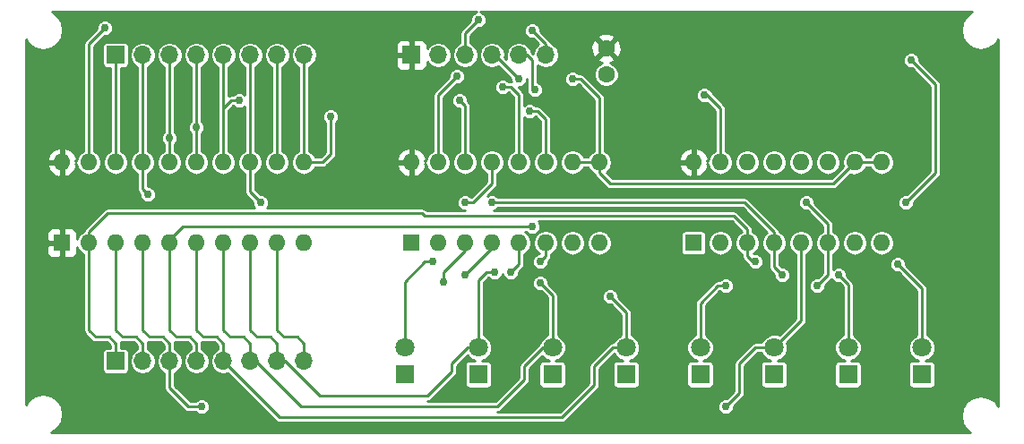
<source format=gtl>
G04 #@! TF.FileFunction,Copper,L1,Top,Signal*
%FSLAX46Y46*%
G04 Gerber Fmt 4.6, Leading zero omitted, Abs format (unit mm)*
G04 Created by KiCad (PCBNEW 4.0.7-e2-6376~58~ubuntu16.04.1) date Tue Jun 12 19:08:58 2018*
%MOMM*%
%LPD*%
G01*
G04 APERTURE LIST*
%ADD10C,0.100000*%
%ADD11R,1.600000X1.600000*%
%ADD12O,1.600000X1.600000*%
%ADD13C,1.600000*%
%ADD14R,1.700000X1.700000*%
%ADD15O,1.700000X1.700000*%
%ADD16R,1.800000X1.800000*%
%ADD17C,1.800000*%
%ADD18C,0.762000*%
%ADD19C,0.254000*%
G04 APERTURE END LIST*
D10*
D11*
X140970000Y-111760000D03*
D12*
X158750000Y-104140000D03*
X143510000Y-111760000D03*
X156210000Y-104140000D03*
X146050000Y-111760000D03*
X153670000Y-104140000D03*
X148590000Y-111760000D03*
X151130000Y-104140000D03*
X151130000Y-111760000D03*
X148590000Y-104140000D03*
X153670000Y-111760000D03*
X146050000Y-104140000D03*
X156210000Y-111760000D03*
X143510000Y-104140000D03*
X158750000Y-111760000D03*
X140970000Y-104140000D03*
D13*
X132715000Y-93345000D03*
X132715000Y-95845000D03*
D14*
X114300000Y-93980000D03*
D15*
X116840000Y-93980000D03*
X119380000Y-93980000D03*
X121920000Y-93980000D03*
X124460000Y-93980000D03*
X127000000Y-93980000D03*
D14*
X86360000Y-93980000D03*
D15*
X88900000Y-93980000D03*
X91440000Y-93980000D03*
X93980000Y-93980000D03*
X96520000Y-93980000D03*
X99060000Y-93980000D03*
X101600000Y-93980000D03*
X104140000Y-93980000D03*
D14*
X86360000Y-122936000D03*
D15*
X88900000Y-122936000D03*
X91440000Y-122936000D03*
X93980000Y-122936000D03*
X96520000Y-122936000D03*
X99060000Y-122936000D03*
X101600000Y-122936000D03*
X104140000Y-122936000D03*
D11*
X114300000Y-111760000D03*
D12*
X132080000Y-104140000D03*
X116840000Y-111760000D03*
X129540000Y-104140000D03*
X119380000Y-111760000D03*
X127000000Y-104140000D03*
X121920000Y-111760000D03*
X124460000Y-104140000D03*
X124460000Y-111760000D03*
X121920000Y-104140000D03*
X127000000Y-111760000D03*
X119380000Y-104140000D03*
X129540000Y-111760000D03*
X116840000Y-104140000D03*
X132080000Y-111760000D03*
X114300000Y-104140000D03*
D11*
X81280000Y-111760000D03*
D12*
X104140000Y-104140000D03*
X83820000Y-111760000D03*
X101600000Y-104140000D03*
X86360000Y-111760000D03*
X99060000Y-104140000D03*
X88900000Y-111760000D03*
X96520000Y-104140000D03*
X91440000Y-111760000D03*
X93980000Y-104140000D03*
X93980000Y-111760000D03*
X91440000Y-104140000D03*
X96520000Y-111760000D03*
X88900000Y-104140000D03*
X99060000Y-111760000D03*
X86360000Y-104140000D03*
X101600000Y-111760000D03*
X83820000Y-104140000D03*
X104140000Y-111760000D03*
X81280000Y-104140000D03*
D16*
X141605000Y-124206000D03*
D17*
X141605000Y-121666000D03*
D16*
X134620000Y-124206000D03*
D17*
X134620000Y-121666000D03*
D16*
X148590000Y-124206000D03*
D17*
X148590000Y-121666000D03*
D16*
X127635000Y-124206000D03*
D17*
X127635000Y-121666000D03*
D16*
X155575000Y-124206000D03*
D17*
X155575000Y-121666000D03*
D16*
X120650000Y-124206000D03*
D17*
X120650000Y-121666000D03*
D16*
X162560000Y-124206000D03*
D17*
X162560000Y-121666000D03*
D16*
X113665000Y-124206000D03*
D17*
X113665000Y-121666000D03*
D18*
X160274000Y-113792000D03*
X146812000Y-113538000D03*
X117348000Y-115443000D03*
X133096000Y-116840000D03*
X154686000Y-114808000D03*
X149352000Y-114808000D03*
X121920000Y-107950000D03*
X119380000Y-114808000D03*
X126492000Y-115570000D03*
X94488000Y-127254000D03*
X144018000Y-127254000D03*
X122174000Y-114554000D03*
X123698000Y-114554000D03*
X144018000Y-115824000D03*
X152654000Y-115824000D03*
X125730000Y-110236000D03*
X151638000Y-107950000D03*
X116332000Y-113538000D03*
X126492000Y-113538000D03*
X161036000Y-107950000D03*
X161544000Y-94488000D03*
X120650000Y-90678000D03*
X124460000Y-96266000D03*
X129540000Y-96266000D03*
X141986000Y-97790000D03*
X125984000Y-97282000D03*
X118618000Y-96012000D03*
X125730000Y-91694000D03*
X85344000Y-91440000D03*
X89408000Y-107188000D03*
X91440000Y-101854000D03*
X93980000Y-100838000D03*
X98044000Y-98298000D03*
X118872000Y-98298000D03*
X119380000Y-107950000D03*
X100076000Y-107950000D03*
X122936000Y-97028000D03*
X125476000Y-99314000D03*
X106680000Y-99822000D03*
D19*
X146050000Y-111760000D02*
X146050000Y-113030000D01*
X162560000Y-116078000D02*
X162560000Y-121666000D01*
X160274000Y-113792000D02*
X162560000Y-116078000D01*
X146558000Y-113538000D02*
X146812000Y-113538000D01*
X146050000Y-113030000D02*
X146558000Y-113538000D01*
X83820000Y-111760000D02*
X83820000Y-110744000D01*
X146050000Y-110490000D02*
X146050000Y-111760000D01*
X144780000Y-109220000D02*
X146050000Y-110490000D01*
X115570000Y-109220000D02*
X144780000Y-109220000D01*
X115316000Y-108966000D02*
X115570000Y-109220000D01*
X85598000Y-108966000D02*
X115316000Y-108966000D01*
X83820000Y-110744000D02*
X85598000Y-108966000D01*
X86360000Y-122936000D02*
X86360000Y-121285000D01*
X83820000Y-120015000D02*
X83820000Y-114300000D01*
X84455000Y-120650000D02*
X83820000Y-120015000D01*
X85725000Y-120650000D02*
X84455000Y-120650000D01*
X86360000Y-121285000D02*
X85725000Y-120650000D01*
X83820000Y-114300000D02*
X83820000Y-111760000D01*
X119380000Y-111760000D02*
X119380000Y-112522000D01*
X119380000Y-112522000D02*
X117348000Y-114554000D01*
X117348000Y-114554000D02*
X117348000Y-115443000D01*
X133096000Y-116840000D02*
X134620000Y-118364000D01*
X134620000Y-118364000D02*
X134620000Y-121666000D01*
X96520000Y-122936000D02*
X101854000Y-128270000D01*
X133350000Y-121666000D02*
X134620000Y-121666000D01*
X131572000Y-123444000D02*
X133350000Y-121666000D01*
X131572000Y-125222000D02*
X131572000Y-123444000D01*
X128524000Y-128270000D02*
X131572000Y-125222000D01*
X101854000Y-128270000D02*
X128524000Y-128270000D01*
X93980000Y-111760000D02*
X93980000Y-120015000D01*
X96520000Y-121285000D02*
X96520000Y-122936000D01*
X95885000Y-120650000D02*
X96520000Y-121285000D01*
X94615000Y-120650000D02*
X95885000Y-120650000D01*
X93980000Y-120015000D02*
X94615000Y-120650000D01*
X148590000Y-111760000D02*
X148590000Y-114046000D01*
X155575000Y-115697000D02*
X155575000Y-121666000D01*
X154686000Y-114808000D02*
X155575000Y-115697000D01*
X148590000Y-114046000D02*
X149352000Y-114808000D01*
X148590000Y-111760000D02*
X148590000Y-110744000D01*
X145796000Y-107950000D02*
X121920000Y-107950000D01*
X148590000Y-110744000D02*
X145796000Y-107950000D01*
X88900000Y-122936000D02*
X88900000Y-121920000D01*
X86360000Y-120015000D02*
X86360000Y-115570000D01*
X86995000Y-120650000D02*
X86360000Y-120015000D01*
X88265000Y-120650000D02*
X86995000Y-120650000D01*
X88900000Y-121285000D02*
X88265000Y-120650000D01*
X88900000Y-121920000D02*
X88900000Y-121285000D01*
X86360000Y-115570000D02*
X86360000Y-111760000D01*
X99060000Y-122936000D02*
X99568000Y-122936000D01*
X99568000Y-122936000D02*
X103886000Y-127254000D01*
X124968000Y-123444000D02*
X126746000Y-121666000D01*
X124968000Y-124714000D02*
X124968000Y-123444000D01*
X122428000Y-127254000D02*
X124968000Y-124714000D01*
X120396000Y-127254000D02*
X122428000Y-127254000D01*
X103886000Y-127254000D02*
X120396000Y-127254000D01*
X126746000Y-121666000D02*
X127635000Y-121666000D01*
X121920000Y-111760000D02*
X121920000Y-112268000D01*
X121920000Y-112268000D02*
X119380000Y-114808000D01*
X126492000Y-115570000D02*
X127635000Y-116713000D01*
X127635000Y-116713000D02*
X127635000Y-121666000D01*
X99060000Y-122936000D02*
X99060000Y-121285000D01*
X96520000Y-120015000D02*
X96520000Y-111760000D01*
X97155000Y-120650000D02*
X96520000Y-120015000D01*
X98425000Y-120650000D02*
X97155000Y-120650000D01*
X99060000Y-121285000D02*
X98425000Y-120650000D01*
X148590000Y-121666000D02*
X146812000Y-121666000D01*
X91440000Y-125476000D02*
X91440000Y-122936000D01*
X93218000Y-127254000D02*
X91440000Y-125476000D01*
X94488000Y-127254000D02*
X93218000Y-127254000D01*
X145288000Y-125984000D02*
X144018000Y-127254000D01*
X145288000Y-123190000D02*
X145288000Y-125984000D01*
X146812000Y-121666000D02*
X145288000Y-123190000D01*
X151130000Y-111760000D02*
X151130000Y-119126000D01*
X151130000Y-119126000D02*
X148590000Y-121666000D01*
X91440000Y-122936000D02*
X91440000Y-121285000D01*
X91440000Y-121285000D02*
X90805000Y-120650000D01*
X90805000Y-120650000D02*
X89535000Y-120650000D01*
X89535000Y-120650000D02*
X88900000Y-120015000D01*
X88900000Y-120015000D02*
X88900000Y-111760000D01*
X101600000Y-122936000D02*
X102362000Y-122936000D01*
X102362000Y-122936000D02*
X105664000Y-126238000D01*
X119634000Y-121666000D02*
X120650000Y-121666000D01*
X118110000Y-123190000D02*
X119634000Y-121666000D01*
X118110000Y-123444000D02*
X118110000Y-123190000D01*
X118110000Y-123952000D02*
X118110000Y-123444000D01*
X115824000Y-126238000D02*
X118110000Y-123952000D01*
X105664000Y-126238000D02*
X115824000Y-126238000D01*
X124460000Y-111760000D02*
X124460000Y-113792000D01*
X120650000Y-115316000D02*
X120650000Y-121666000D01*
X121412000Y-114554000D02*
X120650000Y-115316000D01*
X122174000Y-114554000D02*
X121412000Y-114554000D01*
X124460000Y-113792000D02*
X123698000Y-114554000D01*
X99060000Y-111760000D02*
X99060000Y-120015000D01*
X101600000Y-121285000D02*
X101600000Y-122936000D01*
X100965000Y-120650000D02*
X101600000Y-121285000D01*
X99695000Y-120650000D02*
X100965000Y-120650000D01*
X99060000Y-120015000D02*
X99695000Y-120650000D01*
X153670000Y-111760000D02*
X153670000Y-114808000D01*
X141605000Y-117475000D02*
X141605000Y-121666000D01*
X143256000Y-115824000D02*
X141605000Y-117475000D01*
X144018000Y-115824000D02*
X143256000Y-115824000D01*
X153670000Y-114808000D02*
X152654000Y-115824000D01*
X153670000Y-111760000D02*
X153670000Y-109982000D01*
X92710000Y-110236000D02*
X91440000Y-111506000D01*
X93218000Y-110236000D02*
X92710000Y-110236000D01*
X101092000Y-110236000D02*
X93218000Y-110236000D01*
X107950000Y-110236000D02*
X101092000Y-110236000D01*
X112268000Y-110236000D02*
X107950000Y-110236000D01*
X117856000Y-110236000D02*
X112268000Y-110236000D01*
X125730000Y-110236000D02*
X117856000Y-110236000D01*
X153670000Y-109982000D02*
X151638000Y-107950000D01*
X91440000Y-111506000D02*
X91440000Y-111760000D01*
X91440000Y-111760000D02*
X91440000Y-120015000D01*
X93980000Y-121285000D02*
X93980000Y-122936000D01*
X93345000Y-120650000D02*
X93980000Y-121285000D01*
X92075000Y-120650000D02*
X93345000Y-120650000D01*
X91440000Y-120015000D02*
X92075000Y-120650000D01*
X127000000Y-111760000D02*
X127000000Y-113030000D01*
X113665000Y-115443000D02*
X113665000Y-121666000D01*
X115570000Y-113538000D02*
X113665000Y-115443000D01*
X116332000Y-113538000D02*
X115570000Y-113538000D01*
X127000000Y-113030000D02*
X126492000Y-113538000D01*
X104140000Y-122936000D02*
X104140000Y-121285000D01*
X101600000Y-120015000D02*
X101600000Y-111760000D01*
X102235000Y-120650000D02*
X101600000Y-120015000D01*
X103505000Y-120650000D02*
X102235000Y-120650000D01*
X104140000Y-121285000D02*
X103505000Y-120650000D01*
X119380000Y-93980000D02*
X119380000Y-91948000D01*
X163830000Y-105156000D02*
X161036000Y-107950000D01*
X163830000Y-96774000D02*
X163830000Y-105156000D01*
X161544000Y-94488000D02*
X163830000Y-96774000D01*
X119380000Y-91948000D02*
X120650000Y-90678000D01*
X129540000Y-104140000D02*
X132080000Y-104140000D01*
X156210000Y-104140000D02*
X158750000Y-104140000D01*
X132080000Y-104140000D02*
X132080000Y-105156000D01*
X154178000Y-106172000D02*
X156210000Y-104140000D01*
X133096000Y-106172000D02*
X154178000Y-106172000D01*
X132080000Y-105156000D02*
X133096000Y-106172000D01*
X121920000Y-93980000D02*
X122174000Y-93980000D01*
X122174000Y-93980000D02*
X124460000Y-96266000D01*
X129540000Y-96266000D02*
X130302000Y-96266000D01*
X130302000Y-96266000D02*
X132080000Y-98044000D01*
X132080000Y-98044000D02*
X132080000Y-104140000D01*
X124460000Y-93980000D02*
X125222000Y-93980000D01*
X125222000Y-93980000D02*
X125730000Y-94488000D01*
X143510000Y-99060000D02*
X143510000Y-104140000D01*
X142240000Y-97790000D02*
X143510000Y-99060000D01*
X141986000Y-97790000D02*
X142240000Y-97790000D01*
X125730000Y-97028000D02*
X125984000Y-97282000D01*
X125730000Y-94488000D02*
X125730000Y-97028000D01*
X116840000Y-98044000D02*
X116840000Y-97790000D01*
X116840000Y-104140000D02*
X116840000Y-98044000D01*
X116840000Y-97790000D02*
X118618000Y-96012000D01*
X83820000Y-104140000D02*
X83820000Y-92964000D01*
X127000000Y-92964000D02*
X127000000Y-93980000D01*
X125730000Y-91694000D02*
X127000000Y-92964000D01*
X83820000Y-92964000D02*
X85344000Y-91440000D01*
X86360000Y-93980000D02*
X86360000Y-104140000D01*
X88900000Y-106680000D02*
X88900000Y-104140000D01*
X89408000Y-107188000D02*
X88900000Y-106680000D01*
X88900000Y-93980000D02*
X88900000Y-104140000D01*
X91440000Y-104140000D02*
X91440000Y-101854000D01*
X91440000Y-101854000D02*
X91440000Y-93980000D01*
X93980000Y-93980000D02*
X93980000Y-100838000D01*
X93980000Y-100838000D02*
X93980000Y-104140000D01*
X119380000Y-104140000D02*
X119380000Y-98806000D01*
X97282000Y-98298000D02*
X96520000Y-99060000D01*
X98044000Y-98298000D02*
X97282000Y-98298000D01*
X119380000Y-98806000D02*
X118872000Y-98298000D01*
X96520000Y-104140000D02*
X96520000Y-99060000D01*
X96520000Y-99060000D02*
X96520000Y-93980000D01*
X99060000Y-104140000D02*
X99060000Y-106934000D01*
X121920000Y-106172000D02*
X121920000Y-104140000D01*
X120142000Y-107950000D02*
X121920000Y-106172000D01*
X119888000Y-107950000D02*
X120142000Y-107950000D01*
X119380000Y-107950000D02*
X119888000Y-107950000D01*
X99060000Y-106934000D02*
X100076000Y-107950000D01*
X99060000Y-93980000D02*
X99060000Y-104140000D01*
X124460000Y-104140000D02*
X124460000Y-97790000D01*
X123698000Y-97028000D02*
X122936000Y-97028000D01*
X124460000Y-97790000D02*
X123698000Y-97028000D01*
X101600000Y-104140000D02*
X101600000Y-93980000D01*
X104140000Y-104140000D02*
X105918000Y-104140000D01*
X127000000Y-100076000D02*
X127000000Y-104140000D01*
X126238000Y-99314000D02*
X127000000Y-100076000D01*
X125476000Y-99314000D02*
X126238000Y-99314000D01*
X106680000Y-103378000D02*
X106680000Y-99822000D01*
X105918000Y-104140000D02*
X106680000Y-103378000D01*
X104140000Y-93980000D02*
X104140000Y-104140000D01*
G36*
X120218926Y-90031632D02*
X120004385Y-90245798D01*
X119888133Y-90525764D01*
X119887962Y-90721618D01*
X119020790Y-91588790D01*
X118910669Y-91753597D01*
X118872000Y-91948000D01*
X118872000Y-92843254D01*
X118509552Y-93085435D01*
X118242704Y-93484800D01*
X118149000Y-93955883D01*
X118149000Y-94004117D01*
X118242704Y-94475200D01*
X118509552Y-94874565D01*
X118908917Y-95141413D01*
X119380000Y-95235117D01*
X119851083Y-95141413D01*
X120250448Y-94874565D01*
X120517296Y-94475200D01*
X120611000Y-94004117D01*
X120611000Y-93955883D01*
X120689000Y-93955883D01*
X120689000Y-94004117D01*
X120782704Y-94475200D01*
X121049552Y-94874565D01*
X121448917Y-95141413D01*
X121920000Y-95235117D01*
X122391083Y-95141413D01*
X122526506Y-95050926D01*
X123698038Y-96222458D01*
X123697868Y-96416906D01*
X123744269Y-96529203D01*
X123698000Y-96520000D01*
X123505576Y-96520000D01*
X123368202Y-96382385D01*
X123088236Y-96266133D01*
X122785094Y-96265868D01*
X122504926Y-96381632D01*
X122290385Y-96595798D01*
X122174133Y-96875764D01*
X122173868Y-97178906D01*
X122289632Y-97459074D01*
X122503798Y-97673615D01*
X122783764Y-97789867D01*
X123086906Y-97790132D01*
X123367074Y-97674368D01*
X123496624Y-97545044D01*
X123952000Y-98000420D01*
X123952000Y-103063213D01*
X123624907Y-103281770D01*
X123368898Y-103664914D01*
X123279000Y-104116863D01*
X123279000Y-104163137D01*
X123368898Y-104615086D01*
X123624907Y-104998230D01*
X124008051Y-105254239D01*
X124460000Y-105344137D01*
X124911949Y-105254239D01*
X125295093Y-104998230D01*
X125551102Y-104615086D01*
X125641000Y-104163137D01*
X125641000Y-104116863D01*
X125551102Y-103664914D01*
X125295093Y-103281770D01*
X124968000Y-103063213D01*
X124968000Y-99883684D01*
X125043798Y-99959615D01*
X125323764Y-100075867D01*
X125626906Y-100076132D01*
X125907074Y-99960368D01*
X126036624Y-99831044D01*
X126492000Y-100286420D01*
X126492000Y-103063213D01*
X126164907Y-103281770D01*
X125908898Y-103664914D01*
X125819000Y-104116863D01*
X125819000Y-104163137D01*
X125908898Y-104615086D01*
X126164907Y-104998230D01*
X126548051Y-105254239D01*
X127000000Y-105344137D01*
X127451949Y-105254239D01*
X127835093Y-104998230D01*
X128091102Y-104615086D01*
X128181000Y-104163137D01*
X128181000Y-104116863D01*
X128359000Y-104116863D01*
X128359000Y-104163137D01*
X128448898Y-104615086D01*
X128704907Y-104998230D01*
X129088051Y-105254239D01*
X129540000Y-105344137D01*
X129991949Y-105254239D01*
X130375093Y-104998230D01*
X130609110Y-104648000D01*
X131010890Y-104648000D01*
X131244907Y-104998230D01*
X131585945Y-105226104D01*
X131610669Y-105350403D01*
X131720790Y-105515210D01*
X132736790Y-106531210D01*
X132901597Y-106641331D01*
X133096000Y-106680000D01*
X154178000Y-106680000D01*
X154372403Y-106641331D01*
X154537210Y-106531210D01*
X155804868Y-105263552D01*
X156210000Y-105344137D01*
X156661949Y-105254239D01*
X157045093Y-104998230D01*
X157279110Y-104648000D01*
X157680890Y-104648000D01*
X157914907Y-104998230D01*
X158298051Y-105254239D01*
X158750000Y-105344137D01*
X159201949Y-105254239D01*
X159585093Y-104998230D01*
X159841102Y-104615086D01*
X159931000Y-104163137D01*
X159931000Y-104116863D01*
X159841102Y-103664914D01*
X159585093Y-103281770D01*
X159201949Y-103025761D01*
X158750000Y-102935863D01*
X158298051Y-103025761D01*
X157914907Y-103281770D01*
X157680890Y-103632000D01*
X157279110Y-103632000D01*
X157045093Y-103281770D01*
X156661949Y-103025761D01*
X156210000Y-102935863D01*
X155758051Y-103025761D01*
X155374907Y-103281770D01*
X155118898Y-103664914D01*
X155029000Y-104116863D01*
X155029000Y-104163137D01*
X155101908Y-104529672D01*
X153967580Y-105664000D01*
X133306420Y-105664000D01*
X132750577Y-105108157D01*
X132915093Y-104998230D01*
X133171102Y-104615086D01*
X133196173Y-104489041D01*
X139578086Y-104489041D01*
X139817611Y-104995134D01*
X140232577Y-105371041D01*
X140620961Y-105531904D01*
X140843000Y-105409915D01*
X140843000Y-104267000D01*
X139699371Y-104267000D01*
X139578086Y-104489041D01*
X133196173Y-104489041D01*
X133261000Y-104163137D01*
X133261000Y-104116863D01*
X133196174Y-103790959D01*
X139578086Y-103790959D01*
X139699371Y-104013000D01*
X140843000Y-104013000D01*
X140843000Y-102870085D01*
X141097000Y-102870085D01*
X141097000Y-104013000D01*
X141117000Y-104013000D01*
X141117000Y-104267000D01*
X141097000Y-104267000D01*
X141097000Y-105409915D01*
X141319039Y-105531904D01*
X141707423Y-105371041D01*
X142122389Y-104995134D01*
X142361914Y-104489041D01*
X142240630Y-104267002D01*
X142349660Y-104267002D01*
X142418898Y-104615086D01*
X142674907Y-104998230D01*
X143058051Y-105254239D01*
X143510000Y-105344137D01*
X143961949Y-105254239D01*
X144345093Y-104998230D01*
X144601102Y-104615086D01*
X144691000Y-104163137D01*
X144691000Y-104116863D01*
X144869000Y-104116863D01*
X144869000Y-104163137D01*
X144958898Y-104615086D01*
X145214907Y-104998230D01*
X145598051Y-105254239D01*
X146050000Y-105344137D01*
X146501949Y-105254239D01*
X146885093Y-104998230D01*
X147141102Y-104615086D01*
X147231000Y-104163137D01*
X147231000Y-104116863D01*
X147409000Y-104116863D01*
X147409000Y-104163137D01*
X147498898Y-104615086D01*
X147754907Y-104998230D01*
X148138051Y-105254239D01*
X148590000Y-105344137D01*
X149041949Y-105254239D01*
X149425093Y-104998230D01*
X149681102Y-104615086D01*
X149771000Y-104163137D01*
X149771000Y-104116863D01*
X149949000Y-104116863D01*
X149949000Y-104163137D01*
X150038898Y-104615086D01*
X150294907Y-104998230D01*
X150678051Y-105254239D01*
X151130000Y-105344137D01*
X151581949Y-105254239D01*
X151965093Y-104998230D01*
X152221102Y-104615086D01*
X152311000Y-104163137D01*
X152311000Y-104116863D01*
X152489000Y-104116863D01*
X152489000Y-104163137D01*
X152578898Y-104615086D01*
X152834907Y-104998230D01*
X153218051Y-105254239D01*
X153670000Y-105344137D01*
X154121949Y-105254239D01*
X154505093Y-104998230D01*
X154761102Y-104615086D01*
X154851000Y-104163137D01*
X154851000Y-104116863D01*
X154761102Y-103664914D01*
X154505093Y-103281770D01*
X154121949Y-103025761D01*
X153670000Y-102935863D01*
X153218051Y-103025761D01*
X152834907Y-103281770D01*
X152578898Y-103664914D01*
X152489000Y-104116863D01*
X152311000Y-104116863D01*
X152221102Y-103664914D01*
X151965093Y-103281770D01*
X151581949Y-103025761D01*
X151130000Y-102935863D01*
X150678051Y-103025761D01*
X150294907Y-103281770D01*
X150038898Y-103664914D01*
X149949000Y-104116863D01*
X149771000Y-104116863D01*
X149681102Y-103664914D01*
X149425093Y-103281770D01*
X149041949Y-103025761D01*
X148590000Y-102935863D01*
X148138051Y-103025761D01*
X147754907Y-103281770D01*
X147498898Y-103664914D01*
X147409000Y-104116863D01*
X147231000Y-104116863D01*
X147141102Y-103664914D01*
X146885093Y-103281770D01*
X146501949Y-103025761D01*
X146050000Y-102935863D01*
X145598051Y-103025761D01*
X145214907Y-103281770D01*
X144958898Y-103664914D01*
X144869000Y-104116863D01*
X144691000Y-104116863D01*
X144601102Y-103664914D01*
X144345093Y-103281770D01*
X144018000Y-103063213D01*
X144018000Y-99060000D01*
X143979331Y-98865597D01*
X143979331Y-98865596D01*
X143869210Y-98700790D01*
X142706319Y-97537899D01*
X142632368Y-97358926D01*
X142418202Y-97144385D01*
X142138236Y-97028133D01*
X141835094Y-97027868D01*
X141554926Y-97143632D01*
X141340385Y-97357798D01*
X141224133Y-97637764D01*
X141223868Y-97940906D01*
X141339632Y-98221074D01*
X141553798Y-98435615D01*
X141833764Y-98551867D01*
X142136906Y-98552132D01*
X142240788Y-98509208D01*
X143002000Y-99270420D01*
X143002000Y-103063213D01*
X142674907Y-103281770D01*
X142418898Y-103664914D01*
X142349660Y-104012998D01*
X142240630Y-104012998D01*
X142361914Y-103790959D01*
X142122389Y-103284866D01*
X141707423Y-102908959D01*
X141319039Y-102748096D01*
X141097000Y-102870085D01*
X140843000Y-102870085D01*
X140620961Y-102748096D01*
X140232577Y-102908959D01*
X139817611Y-103284866D01*
X139578086Y-103790959D01*
X133196174Y-103790959D01*
X133171102Y-103664914D01*
X132915093Y-103281770D01*
X132588000Y-103063213D01*
X132588000Y-98044000D01*
X132549331Y-97849597D01*
X132439210Y-97684790D01*
X130833305Y-96078885D01*
X131533796Y-96078885D01*
X131713213Y-96513109D01*
X132045144Y-96845619D01*
X132479054Y-97025794D01*
X132948885Y-97026204D01*
X133383109Y-96846787D01*
X133715619Y-96514856D01*
X133895794Y-96080946D01*
X133896204Y-95611115D01*
X133716787Y-95176891D01*
X133384856Y-94844381D01*
X133130879Y-94738921D01*
X133469005Y-94598864D01*
X133543139Y-94352745D01*
X132715000Y-93524605D01*
X131886861Y-94352745D01*
X131960995Y-94598864D01*
X132323187Y-94729050D01*
X132046891Y-94843213D01*
X131714381Y-95175144D01*
X131534206Y-95609054D01*
X131533796Y-96078885D01*
X130833305Y-96078885D01*
X130661210Y-95906790D01*
X130496403Y-95796669D01*
X130302000Y-95758000D01*
X130109576Y-95758000D01*
X129972202Y-95620385D01*
X129692236Y-95504133D01*
X129389094Y-95503868D01*
X129108926Y-95619632D01*
X128894385Y-95833798D01*
X128778133Y-96113764D01*
X128777868Y-96416906D01*
X128893632Y-96697074D01*
X129107798Y-96911615D01*
X129387764Y-97027867D01*
X129690906Y-97028132D01*
X129971074Y-96912368D01*
X130100624Y-96783044D01*
X131572000Y-98254420D01*
X131572000Y-103063213D01*
X131244907Y-103281770D01*
X131010890Y-103632000D01*
X130609110Y-103632000D01*
X130375093Y-103281770D01*
X129991949Y-103025761D01*
X129540000Y-102935863D01*
X129088051Y-103025761D01*
X128704907Y-103281770D01*
X128448898Y-103664914D01*
X128359000Y-104116863D01*
X128181000Y-104116863D01*
X128091102Y-103664914D01*
X127835093Y-103281770D01*
X127508000Y-103063213D01*
X127508000Y-100076000D01*
X127469331Y-99881597D01*
X127359210Y-99716790D01*
X126597210Y-98954790D01*
X126432403Y-98844669D01*
X126238000Y-98806000D01*
X126045576Y-98806000D01*
X125908202Y-98668385D01*
X125628236Y-98552133D01*
X125325094Y-98551868D01*
X125044926Y-98667632D01*
X124968000Y-98744424D01*
X124968000Y-97790000D01*
X124929331Y-97595597D01*
X124819210Y-97430790D01*
X124416382Y-97027962D01*
X124610906Y-97028132D01*
X124891074Y-96912368D01*
X125105615Y-96698202D01*
X125221867Y-96418236D01*
X125222000Y-96266133D01*
X125222000Y-97028000D01*
X125235729Y-97097021D01*
X125222133Y-97129764D01*
X125221868Y-97432906D01*
X125337632Y-97713074D01*
X125551798Y-97927615D01*
X125831764Y-98043867D01*
X126134906Y-98044132D01*
X126415074Y-97928368D01*
X126629615Y-97714202D01*
X126745867Y-97434236D01*
X126746132Y-97131094D01*
X126630368Y-96850926D01*
X126416202Y-96636385D01*
X126238000Y-96562389D01*
X126238000Y-94947028D01*
X126528917Y-95141413D01*
X127000000Y-95235117D01*
X127471083Y-95141413D01*
X127870448Y-94874565D01*
X128137296Y-94475200D01*
X128231000Y-94004117D01*
X128231000Y-93955883D01*
X128137296Y-93484800D01*
X127899039Y-93128223D01*
X131268035Y-93128223D01*
X131295222Y-93698454D01*
X131461136Y-94099005D01*
X131707255Y-94173139D01*
X132535395Y-93345000D01*
X132894605Y-93345000D01*
X133722745Y-94173139D01*
X133968864Y-94099005D01*
X134161965Y-93561777D01*
X134134778Y-92991546D01*
X133968864Y-92590995D01*
X133722745Y-92516861D01*
X132894605Y-93345000D01*
X132535395Y-93345000D01*
X131707255Y-92516861D01*
X131461136Y-92590995D01*
X131268035Y-93128223D01*
X127899039Y-93128223D01*
X127870448Y-93085435D01*
X127480301Y-92824746D01*
X127469331Y-92769597D01*
X127469331Y-92769596D01*
X127359210Y-92604790D01*
X127091675Y-92337255D01*
X131886861Y-92337255D01*
X132715000Y-93165395D01*
X133543139Y-92337255D01*
X133469005Y-92091136D01*
X132931777Y-91898035D01*
X132361546Y-91925222D01*
X131960995Y-92091136D01*
X131886861Y-92337255D01*
X127091675Y-92337255D01*
X126491962Y-91737542D01*
X126492132Y-91543094D01*
X126376368Y-91262926D01*
X126162202Y-91048385D01*
X125882236Y-90932133D01*
X125579094Y-90931868D01*
X125298926Y-91047632D01*
X125084385Y-91261798D01*
X124968133Y-91541764D01*
X124967868Y-91844906D01*
X125083632Y-92125074D01*
X125297798Y-92339615D01*
X125577764Y-92455867D01*
X125773618Y-92456038D01*
X126293481Y-92975901D01*
X126129552Y-93085435D01*
X125862704Y-93484800D01*
X125793439Y-93833019D01*
X125635057Y-93674637D01*
X125597296Y-93484800D01*
X125330448Y-93085435D01*
X124931083Y-92818587D01*
X124460000Y-92724883D01*
X123988917Y-92818587D01*
X123589552Y-93085435D01*
X123322704Y-93484800D01*
X123229000Y-93955883D01*
X123229000Y-94004117D01*
X123306585Y-94394165D01*
X123112100Y-94199680D01*
X123151000Y-94004117D01*
X123151000Y-93955883D01*
X123057296Y-93484800D01*
X122790448Y-93085435D01*
X122391083Y-92818587D01*
X121920000Y-92724883D01*
X121448917Y-92818587D01*
X121049552Y-93085435D01*
X120782704Y-93484800D01*
X120689000Y-93955883D01*
X120611000Y-93955883D01*
X120517296Y-93484800D01*
X120250448Y-93085435D01*
X119888000Y-92843254D01*
X119888000Y-92158420D01*
X120606458Y-91439962D01*
X120800906Y-91440132D01*
X121081074Y-91324368D01*
X121295615Y-91110202D01*
X121411867Y-90830236D01*
X121412132Y-90527094D01*
X121296368Y-90246926D01*
X121082202Y-90032385D01*
X120832501Y-89928700D01*
X167321637Y-89928700D01*
X166795952Y-90279952D01*
X166385449Y-90894312D01*
X166241300Y-91619000D01*
X166385449Y-92343688D01*
X166795952Y-92958048D01*
X167410312Y-93368551D01*
X168135000Y-93512700D01*
X168859688Y-93368551D01*
X169474048Y-92958048D01*
X169786300Y-92490731D01*
X169786300Y-127223269D01*
X169474048Y-126755952D01*
X168859688Y-126345449D01*
X168135000Y-126201300D01*
X167410312Y-126345449D01*
X166795952Y-126755952D01*
X166385449Y-127370312D01*
X166241300Y-128095000D01*
X166385449Y-128819688D01*
X166795952Y-129434048D01*
X167125582Y-129654300D01*
X80299377Y-129654300D01*
X80831048Y-129299048D01*
X81241551Y-128684688D01*
X81385700Y-127960000D01*
X81241551Y-127235312D01*
X80831048Y-126620952D01*
X80216688Y-126210449D01*
X79492000Y-126066300D01*
X78767312Y-126210449D01*
X78152952Y-126620952D01*
X77863700Y-127053847D01*
X77863700Y-112045750D01*
X79845000Y-112045750D01*
X79845000Y-112686309D01*
X79941673Y-112919698D01*
X80120301Y-113098327D01*
X80353690Y-113195000D01*
X80994250Y-113195000D01*
X81153000Y-113036250D01*
X81153000Y-111887000D01*
X80003750Y-111887000D01*
X79845000Y-112045750D01*
X77863700Y-112045750D01*
X77863700Y-110833691D01*
X79845000Y-110833691D01*
X79845000Y-111474250D01*
X80003750Y-111633000D01*
X81153000Y-111633000D01*
X81153000Y-110483750D01*
X81407000Y-110483750D01*
X81407000Y-111633000D01*
X81427000Y-111633000D01*
X81427000Y-111887000D01*
X81407000Y-111887000D01*
X81407000Y-113036250D01*
X81565750Y-113195000D01*
X82206310Y-113195000D01*
X82439699Y-113098327D01*
X82618327Y-112919698D01*
X82715000Y-112686309D01*
X82715000Y-112165216D01*
X82728898Y-112235086D01*
X82984907Y-112618230D01*
X83312000Y-112836787D01*
X83312000Y-120015000D01*
X83350669Y-120209403D01*
X83460790Y-120374210D01*
X84095790Y-121009211D01*
X84260597Y-121119331D01*
X84455000Y-121158000D01*
X85514580Y-121158000D01*
X85852000Y-121495421D01*
X85852000Y-121697536D01*
X85510000Y-121697536D01*
X85368810Y-121724103D01*
X85239135Y-121807546D01*
X85152141Y-121934866D01*
X85121536Y-122086000D01*
X85121536Y-123786000D01*
X85148103Y-123927190D01*
X85231546Y-124056865D01*
X85358866Y-124143859D01*
X85510000Y-124174464D01*
X87210000Y-124174464D01*
X87351190Y-124147897D01*
X87480865Y-124064454D01*
X87567859Y-123937134D01*
X87598464Y-123786000D01*
X87598464Y-122086000D01*
X87571897Y-121944810D01*
X87488454Y-121815135D01*
X87361134Y-121728141D01*
X87210000Y-121697536D01*
X86868000Y-121697536D01*
X86868000Y-121285000D01*
X86836466Y-121126466D01*
X86995000Y-121158000D01*
X88054580Y-121158000D01*
X88392000Y-121495421D01*
X88392000Y-121799254D01*
X88029552Y-122041435D01*
X87762704Y-122440800D01*
X87669000Y-122911883D01*
X87669000Y-122960117D01*
X87762704Y-123431200D01*
X88029552Y-123830565D01*
X88428917Y-124097413D01*
X88900000Y-124191117D01*
X89371083Y-124097413D01*
X89770448Y-123830565D01*
X90037296Y-123431200D01*
X90131000Y-122960117D01*
X90131000Y-122911883D01*
X90037296Y-122440800D01*
X89770448Y-122041435D01*
X89408000Y-121799254D01*
X89408000Y-121285000D01*
X89376466Y-121126466D01*
X89535000Y-121158000D01*
X90594580Y-121158000D01*
X90932000Y-121495421D01*
X90932000Y-121799254D01*
X90569552Y-122041435D01*
X90302704Y-122440800D01*
X90209000Y-122911883D01*
X90209000Y-122960117D01*
X90302704Y-123431200D01*
X90569552Y-123830565D01*
X90932000Y-124072746D01*
X90932000Y-125476000D01*
X90970669Y-125670403D01*
X91080790Y-125835210D01*
X92858790Y-127613210D01*
X93023597Y-127723331D01*
X93218000Y-127762000D01*
X93918424Y-127762000D01*
X94055798Y-127899615D01*
X94335764Y-128015867D01*
X94638906Y-128016132D01*
X94919074Y-127900368D01*
X95133615Y-127686202D01*
X95249867Y-127406236D01*
X95250132Y-127103094D01*
X95134368Y-126822926D01*
X94920202Y-126608385D01*
X94640236Y-126492133D01*
X94337094Y-126491868D01*
X94056926Y-126607632D01*
X93918316Y-126746000D01*
X93428420Y-126746000D01*
X91948000Y-125265580D01*
X91948000Y-124072746D01*
X92310448Y-123830565D01*
X92577296Y-123431200D01*
X92671000Y-122960117D01*
X92671000Y-122911883D01*
X92577296Y-122440800D01*
X92310448Y-122041435D01*
X91948000Y-121799254D01*
X91948000Y-121285000D01*
X91916466Y-121126466D01*
X92075000Y-121158000D01*
X93134580Y-121158000D01*
X93472000Y-121495421D01*
X93472000Y-121799254D01*
X93109552Y-122041435D01*
X92842704Y-122440800D01*
X92749000Y-122911883D01*
X92749000Y-122960117D01*
X92842704Y-123431200D01*
X93109552Y-123830565D01*
X93508917Y-124097413D01*
X93980000Y-124191117D01*
X94451083Y-124097413D01*
X94850448Y-123830565D01*
X95117296Y-123431200D01*
X95211000Y-122960117D01*
X95211000Y-122911883D01*
X95117296Y-122440800D01*
X94850448Y-122041435D01*
X94488000Y-121799254D01*
X94488000Y-121285000D01*
X94456466Y-121126466D01*
X94615000Y-121158000D01*
X95674580Y-121158000D01*
X96012000Y-121495421D01*
X96012000Y-121799254D01*
X95649552Y-122041435D01*
X95382704Y-122440800D01*
X95289000Y-122911883D01*
X95289000Y-122960117D01*
X95382704Y-123431200D01*
X95649552Y-123830565D01*
X96048917Y-124097413D01*
X96520000Y-124191117D01*
X96967653Y-124102073D01*
X101494790Y-128629210D01*
X101659596Y-128739331D01*
X101854000Y-128778000D01*
X128524000Y-128778000D01*
X128718403Y-128739331D01*
X128883210Y-128629210D01*
X130107514Y-127404906D01*
X143255868Y-127404906D01*
X143371632Y-127685074D01*
X143585798Y-127899615D01*
X143865764Y-128015867D01*
X144168906Y-128016132D01*
X144449074Y-127900368D01*
X144663615Y-127686202D01*
X144779867Y-127406236D01*
X144780038Y-127210382D01*
X145647210Y-126343210D01*
X145757331Y-126178404D01*
X145763746Y-126146150D01*
X145796000Y-125984000D01*
X145796000Y-123400420D01*
X147022421Y-122174000D01*
X147413857Y-122174000D01*
X147503388Y-122390680D01*
X147863425Y-122751345D01*
X148263656Y-122917536D01*
X147690000Y-122917536D01*
X147548810Y-122944103D01*
X147419135Y-123027546D01*
X147332141Y-123154866D01*
X147301536Y-123306000D01*
X147301536Y-125106000D01*
X147328103Y-125247190D01*
X147411546Y-125376865D01*
X147538866Y-125463859D01*
X147690000Y-125494464D01*
X149490000Y-125494464D01*
X149631190Y-125467897D01*
X149760865Y-125384454D01*
X149847859Y-125257134D01*
X149878464Y-125106000D01*
X149878464Y-123306000D01*
X149851897Y-123164810D01*
X149768454Y-123035135D01*
X149641134Y-122948141D01*
X149490000Y-122917536D01*
X148915534Y-122917536D01*
X149314680Y-122752612D01*
X149675345Y-122392575D01*
X149870777Y-121921924D01*
X149871222Y-121412311D01*
X149780843Y-121193577D01*
X151489210Y-119485211D01*
X151599330Y-119320404D01*
X151599331Y-119320403D01*
X151638000Y-119126000D01*
X151638000Y-112836787D01*
X151965093Y-112618230D01*
X152221102Y-112235086D01*
X152311000Y-111783137D01*
X152311000Y-111736863D01*
X152221102Y-111284914D01*
X151965093Y-110901770D01*
X151581949Y-110645761D01*
X151130000Y-110555863D01*
X150678051Y-110645761D01*
X150294907Y-110901770D01*
X150038898Y-111284914D01*
X149949000Y-111736863D01*
X149949000Y-111783137D01*
X150038898Y-112235086D01*
X150294907Y-112618230D01*
X150622000Y-112836787D01*
X150622000Y-118915579D01*
X149062448Y-120475132D01*
X148845924Y-120385223D01*
X148336311Y-120384778D01*
X147865320Y-120579388D01*
X147504655Y-120939425D01*
X147413894Y-121158000D01*
X146812000Y-121158000D01*
X146617597Y-121196669D01*
X146617595Y-121196670D01*
X146617596Y-121196670D01*
X146452789Y-121306790D01*
X144928790Y-122830790D01*
X144818669Y-122995597D01*
X144780000Y-123190000D01*
X144780000Y-125773580D01*
X144061542Y-126492038D01*
X143867094Y-126491868D01*
X143586926Y-126607632D01*
X143372385Y-126821798D01*
X143256133Y-127101764D01*
X143255868Y-127404906D01*
X130107514Y-127404906D01*
X131931210Y-125581210D01*
X132041331Y-125416403D01*
X132080000Y-125222000D01*
X132080000Y-123654420D01*
X133477938Y-122256482D01*
X133533388Y-122390680D01*
X133893425Y-122751345D01*
X134293656Y-122917536D01*
X133720000Y-122917536D01*
X133578810Y-122944103D01*
X133449135Y-123027546D01*
X133362141Y-123154866D01*
X133331536Y-123306000D01*
X133331536Y-125106000D01*
X133358103Y-125247190D01*
X133441546Y-125376865D01*
X133568866Y-125463859D01*
X133720000Y-125494464D01*
X135520000Y-125494464D01*
X135661190Y-125467897D01*
X135790865Y-125384454D01*
X135877859Y-125257134D01*
X135908464Y-125106000D01*
X135908464Y-123306000D01*
X140316536Y-123306000D01*
X140316536Y-125106000D01*
X140343103Y-125247190D01*
X140426546Y-125376865D01*
X140553866Y-125463859D01*
X140705000Y-125494464D01*
X142505000Y-125494464D01*
X142646190Y-125467897D01*
X142775865Y-125384454D01*
X142862859Y-125257134D01*
X142893464Y-125106000D01*
X142893464Y-123306000D01*
X142866897Y-123164810D01*
X142783454Y-123035135D01*
X142656134Y-122948141D01*
X142505000Y-122917536D01*
X141930534Y-122917536D01*
X142329680Y-122752612D01*
X142690345Y-122392575D01*
X142885777Y-121921924D01*
X142886222Y-121412311D01*
X142691612Y-120941320D01*
X142331575Y-120580655D01*
X142113000Y-120489894D01*
X142113000Y-117685420D01*
X143457414Y-116341007D01*
X143585798Y-116469615D01*
X143865764Y-116585867D01*
X144168906Y-116586132D01*
X144449074Y-116470368D01*
X144663615Y-116256202D01*
X144779867Y-115976236D01*
X144780132Y-115673094D01*
X144664368Y-115392926D01*
X144450202Y-115178385D01*
X144170236Y-115062133D01*
X143867094Y-115061868D01*
X143586926Y-115177632D01*
X143448316Y-115316000D01*
X143256000Y-115316000D01*
X143061597Y-115354669D01*
X142896790Y-115464789D01*
X141245790Y-117115790D01*
X141135669Y-117280597D01*
X141097000Y-117475000D01*
X141097000Y-120489857D01*
X140880320Y-120579388D01*
X140519655Y-120939425D01*
X140324223Y-121410076D01*
X140323778Y-121919689D01*
X140518388Y-122390680D01*
X140878425Y-122751345D01*
X141278656Y-122917536D01*
X140705000Y-122917536D01*
X140563810Y-122944103D01*
X140434135Y-123027546D01*
X140347141Y-123154866D01*
X140316536Y-123306000D01*
X135908464Y-123306000D01*
X135881897Y-123164810D01*
X135798454Y-123035135D01*
X135671134Y-122948141D01*
X135520000Y-122917536D01*
X134945534Y-122917536D01*
X135344680Y-122752612D01*
X135705345Y-122392575D01*
X135900777Y-121921924D01*
X135901222Y-121412311D01*
X135706612Y-120941320D01*
X135346575Y-120580655D01*
X135128000Y-120489894D01*
X135128000Y-118364000D01*
X135089331Y-118169597D01*
X135052790Y-118114910D01*
X134979210Y-118004789D01*
X133857962Y-116883542D01*
X133858132Y-116689094D01*
X133742368Y-116408926D01*
X133528202Y-116194385D01*
X133248236Y-116078133D01*
X132945094Y-116077868D01*
X132664926Y-116193632D01*
X132450385Y-116407798D01*
X132334133Y-116687764D01*
X132333868Y-116990906D01*
X132449632Y-117271074D01*
X132663798Y-117485615D01*
X132943764Y-117601867D01*
X133139618Y-117602038D01*
X134112000Y-118574421D01*
X134112000Y-120489857D01*
X133895320Y-120579388D01*
X133534655Y-120939425D01*
X133443894Y-121158000D01*
X133350000Y-121158000D01*
X133155597Y-121196669D01*
X132990790Y-121306790D01*
X131212790Y-123084790D01*
X131102669Y-123249597D01*
X131064000Y-123444000D01*
X131064000Y-125011580D01*
X128313580Y-127762000D01*
X122428000Y-127762000D01*
X122622403Y-127723331D01*
X122787210Y-127613210D01*
X125327210Y-125073211D01*
X125437330Y-124908404D01*
X125437331Y-124908403D01*
X125476000Y-124714000D01*
X125476000Y-123654420D01*
X126643981Y-122486439D01*
X126908425Y-122751345D01*
X127308656Y-122917536D01*
X126735000Y-122917536D01*
X126593810Y-122944103D01*
X126464135Y-123027546D01*
X126377141Y-123154866D01*
X126346536Y-123306000D01*
X126346536Y-125106000D01*
X126373103Y-125247190D01*
X126456546Y-125376865D01*
X126583866Y-125463859D01*
X126735000Y-125494464D01*
X128535000Y-125494464D01*
X128676190Y-125467897D01*
X128805865Y-125384454D01*
X128892859Y-125257134D01*
X128923464Y-125106000D01*
X128923464Y-123306000D01*
X128896897Y-123164810D01*
X128813454Y-123035135D01*
X128686134Y-122948141D01*
X128535000Y-122917536D01*
X127960534Y-122917536D01*
X128359680Y-122752612D01*
X128720345Y-122392575D01*
X128915777Y-121921924D01*
X128916222Y-121412311D01*
X128721612Y-120941320D01*
X128361575Y-120580655D01*
X128143000Y-120489894D01*
X128143000Y-116713000D01*
X128129593Y-116645597D01*
X128104331Y-116518596D01*
X127994210Y-116353790D01*
X127253962Y-115613542D01*
X127254132Y-115419094D01*
X127138368Y-115138926D01*
X126924202Y-114924385D01*
X126644236Y-114808133D01*
X126341094Y-114807868D01*
X126060926Y-114923632D01*
X125846385Y-115137798D01*
X125730133Y-115417764D01*
X125729868Y-115720906D01*
X125845632Y-116001074D01*
X126059798Y-116215615D01*
X126339764Y-116331867D01*
X126535618Y-116332038D01*
X127127000Y-116923420D01*
X127127000Y-120489857D01*
X126910320Y-120579388D01*
X126549655Y-120939425D01*
X126401075Y-121297245D01*
X126386790Y-121306790D01*
X124608790Y-123084790D01*
X124498669Y-123249597D01*
X124460000Y-123444000D01*
X124460000Y-124503579D01*
X122217580Y-126746000D01*
X115824000Y-126746000D01*
X116018403Y-126707331D01*
X116183210Y-126597210D01*
X118469210Y-124311210D01*
X118579331Y-124146404D01*
X118618000Y-123952000D01*
X118618000Y-123400420D01*
X119595536Y-122422884D01*
X119923425Y-122751345D01*
X120323656Y-122917536D01*
X119750000Y-122917536D01*
X119608810Y-122944103D01*
X119479135Y-123027546D01*
X119392141Y-123154866D01*
X119361536Y-123306000D01*
X119361536Y-125106000D01*
X119388103Y-125247190D01*
X119471546Y-125376865D01*
X119598866Y-125463859D01*
X119750000Y-125494464D01*
X121550000Y-125494464D01*
X121691190Y-125467897D01*
X121820865Y-125384454D01*
X121907859Y-125257134D01*
X121938464Y-125106000D01*
X121938464Y-123306000D01*
X121911897Y-123164810D01*
X121828454Y-123035135D01*
X121701134Y-122948141D01*
X121550000Y-122917536D01*
X120975534Y-122917536D01*
X121374680Y-122752612D01*
X121735345Y-122392575D01*
X121930777Y-121921924D01*
X121931222Y-121412311D01*
X121736612Y-120941320D01*
X121376575Y-120580655D01*
X121158000Y-120489894D01*
X121158000Y-115526420D01*
X121613414Y-115071006D01*
X121741798Y-115199615D01*
X122021764Y-115315867D01*
X122324906Y-115316132D01*
X122605074Y-115200368D01*
X122819615Y-114986202D01*
X122935867Y-114706236D01*
X122935868Y-114704906D01*
X123051632Y-114985074D01*
X123265798Y-115199615D01*
X123545764Y-115315867D01*
X123848906Y-115316132D01*
X124129074Y-115200368D01*
X124343615Y-114986202D01*
X124459867Y-114706236D01*
X124460038Y-114510382D01*
X124819210Y-114151210D01*
X124929331Y-113986403D01*
X124968000Y-113792000D01*
X124968000Y-113688906D01*
X125729868Y-113688906D01*
X125845632Y-113969074D01*
X126059798Y-114183615D01*
X126339764Y-114299867D01*
X126642906Y-114300132D01*
X126923074Y-114184368D01*
X127137615Y-113970202D01*
X127253867Y-113690236D01*
X127254038Y-113494383D01*
X127359210Y-113389211D01*
X127469330Y-113224404D01*
X127469331Y-113224403D01*
X127508000Y-113030000D01*
X127508000Y-112836787D01*
X127835093Y-112618230D01*
X128091102Y-112235086D01*
X128181000Y-111783137D01*
X128181000Y-111736863D01*
X128359000Y-111736863D01*
X128359000Y-111783137D01*
X128448898Y-112235086D01*
X128704907Y-112618230D01*
X129088051Y-112874239D01*
X129540000Y-112964137D01*
X129991949Y-112874239D01*
X130375093Y-112618230D01*
X130631102Y-112235086D01*
X130721000Y-111783137D01*
X130721000Y-111736863D01*
X130899000Y-111736863D01*
X130899000Y-111783137D01*
X130988898Y-112235086D01*
X131244907Y-112618230D01*
X131628051Y-112874239D01*
X132080000Y-112964137D01*
X132531949Y-112874239D01*
X132915093Y-112618230D01*
X133171102Y-112235086D01*
X133261000Y-111783137D01*
X133261000Y-111736863D01*
X133171102Y-111284914D01*
X132954002Y-110960000D01*
X139781536Y-110960000D01*
X139781536Y-112560000D01*
X139808103Y-112701190D01*
X139891546Y-112830865D01*
X140018866Y-112917859D01*
X140170000Y-112948464D01*
X141770000Y-112948464D01*
X141911190Y-112921897D01*
X142040865Y-112838454D01*
X142127859Y-112711134D01*
X142158464Y-112560000D01*
X142158464Y-111736863D01*
X142329000Y-111736863D01*
X142329000Y-111783137D01*
X142418898Y-112235086D01*
X142674907Y-112618230D01*
X143058051Y-112874239D01*
X143510000Y-112964137D01*
X143961949Y-112874239D01*
X144345093Y-112618230D01*
X144601102Y-112235086D01*
X144691000Y-111783137D01*
X144691000Y-111736863D01*
X144601102Y-111284914D01*
X144345093Y-110901770D01*
X143961949Y-110645761D01*
X143510000Y-110555863D01*
X143058051Y-110645761D01*
X142674907Y-110901770D01*
X142418898Y-111284914D01*
X142329000Y-111736863D01*
X142158464Y-111736863D01*
X142158464Y-110960000D01*
X142131897Y-110818810D01*
X142048454Y-110689135D01*
X141921134Y-110602141D01*
X141770000Y-110571536D01*
X140170000Y-110571536D01*
X140028810Y-110598103D01*
X139899135Y-110681546D01*
X139812141Y-110808866D01*
X139781536Y-110960000D01*
X132954002Y-110960000D01*
X132915093Y-110901770D01*
X132531949Y-110645761D01*
X132080000Y-110555863D01*
X131628051Y-110645761D01*
X131244907Y-110901770D01*
X130988898Y-111284914D01*
X130899000Y-111736863D01*
X130721000Y-111736863D01*
X130631102Y-111284914D01*
X130375093Y-110901770D01*
X129991949Y-110645761D01*
X129540000Y-110555863D01*
X129088051Y-110645761D01*
X128704907Y-110901770D01*
X128448898Y-111284914D01*
X128359000Y-111736863D01*
X128181000Y-111736863D01*
X128091102Y-111284914D01*
X127835093Y-110901770D01*
X127451949Y-110645761D01*
X127000000Y-110555863D01*
X126548051Y-110645761D01*
X126164907Y-110901770D01*
X125908898Y-111284914D01*
X125819000Y-111736863D01*
X125819000Y-111783137D01*
X125908898Y-112235086D01*
X126164907Y-112618230D01*
X126400907Y-112775920D01*
X126341094Y-112775868D01*
X126060926Y-112891632D01*
X125846385Y-113105798D01*
X125730133Y-113385764D01*
X125729868Y-113688906D01*
X124968000Y-113688906D01*
X124968000Y-112836787D01*
X125295093Y-112618230D01*
X125551102Y-112235086D01*
X125641000Y-111783137D01*
X125641000Y-111736863D01*
X125551102Y-111284914D01*
X125295093Y-110901770D01*
X125058974Y-110744000D01*
X125160424Y-110744000D01*
X125297798Y-110881615D01*
X125577764Y-110997867D01*
X125880906Y-110998132D01*
X126161074Y-110882368D01*
X126375615Y-110668202D01*
X126491867Y-110388236D01*
X126492132Y-110085094D01*
X126376368Y-109804926D01*
X126299576Y-109728000D01*
X144569580Y-109728000D01*
X145531685Y-110690105D01*
X145214907Y-110901770D01*
X144958898Y-111284914D01*
X144869000Y-111736863D01*
X144869000Y-111783137D01*
X144958898Y-112235086D01*
X145214907Y-112618230D01*
X145542000Y-112836787D01*
X145542000Y-113030000D01*
X145580669Y-113224403D01*
X145690790Y-113389210D01*
X146091682Y-113790103D01*
X146165632Y-113969074D01*
X146379798Y-114183615D01*
X146659764Y-114299867D01*
X146962906Y-114300132D01*
X147243074Y-114184368D01*
X147457615Y-113970202D01*
X147573867Y-113690236D01*
X147574132Y-113387094D01*
X147458368Y-113106926D01*
X147244202Y-112892385D01*
X146964236Y-112776133D01*
X146661094Y-112775868D01*
X146629851Y-112788777D01*
X146885093Y-112618230D01*
X147141102Y-112235086D01*
X147231000Y-111783137D01*
X147231000Y-111736863D01*
X147141102Y-111284914D01*
X146885093Y-110901770D01*
X146558000Y-110683213D01*
X146558000Y-110490000D01*
X146519331Y-110295597D01*
X146519331Y-110295596D01*
X146409210Y-110130790D01*
X145139210Y-108860790D01*
X144974403Y-108750669D01*
X144780000Y-108712000D01*
X122071225Y-108712000D01*
X122351074Y-108596368D01*
X122489684Y-108458000D01*
X145585580Y-108458000D01*
X147919423Y-110791843D01*
X147754907Y-110901770D01*
X147498898Y-111284914D01*
X147409000Y-111736863D01*
X147409000Y-111783137D01*
X147498898Y-112235086D01*
X147754907Y-112618230D01*
X148082000Y-112836787D01*
X148082000Y-114046000D01*
X148120669Y-114240403D01*
X148230790Y-114405210D01*
X148590038Y-114764458D01*
X148589868Y-114958906D01*
X148705632Y-115239074D01*
X148919798Y-115453615D01*
X149199764Y-115569867D01*
X149502906Y-115570132D01*
X149783074Y-115454368D01*
X149997615Y-115240202D01*
X150113867Y-114960236D01*
X150114132Y-114657094D01*
X149998368Y-114376926D01*
X149784202Y-114162385D01*
X149504236Y-114046133D01*
X149308382Y-114045962D01*
X149098000Y-113835580D01*
X149098000Y-112836787D01*
X149425093Y-112618230D01*
X149681102Y-112235086D01*
X149771000Y-111783137D01*
X149771000Y-111736863D01*
X149681102Y-111284914D01*
X149425093Y-110901770D01*
X149084055Y-110673896D01*
X149059331Y-110549597D01*
X148949210Y-110384790D01*
X146665326Y-108100906D01*
X150875868Y-108100906D01*
X150991632Y-108381074D01*
X151205798Y-108595615D01*
X151485764Y-108711867D01*
X151681618Y-108712038D01*
X153162000Y-110192420D01*
X153162000Y-110683213D01*
X152834907Y-110901770D01*
X152578898Y-111284914D01*
X152489000Y-111736863D01*
X152489000Y-111783137D01*
X152578898Y-112235086D01*
X152834907Y-112618230D01*
X153162000Y-112836787D01*
X153162000Y-114597580D01*
X152697542Y-115062038D01*
X152503094Y-115061868D01*
X152222926Y-115177632D01*
X152008385Y-115391798D01*
X151892133Y-115671764D01*
X151891868Y-115974906D01*
X152007632Y-116255074D01*
X152221798Y-116469615D01*
X152501764Y-116585867D01*
X152804906Y-116586132D01*
X153085074Y-116470368D01*
X153299615Y-116256202D01*
X153415867Y-115976236D01*
X153416038Y-115780382D01*
X154015573Y-115180847D01*
X154039632Y-115239074D01*
X154253798Y-115453615D01*
X154533764Y-115569867D01*
X154729618Y-115570038D01*
X155067000Y-115907420D01*
X155067000Y-120489857D01*
X154850320Y-120579388D01*
X154489655Y-120939425D01*
X154294223Y-121410076D01*
X154293778Y-121919689D01*
X154488388Y-122390680D01*
X154848425Y-122751345D01*
X155248656Y-122917536D01*
X154675000Y-122917536D01*
X154533810Y-122944103D01*
X154404135Y-123027546D01*
X154317141Y-123154866D01*
X154286536Y-123306000D01*
X154286536Y-125106000D01*
X154313103Y-125247190D01*
X154396546Y-125376865D01*
X154523866Y-125463859D01*
X154675000Y-125494464D01*
X156475000Y-125494464D01*
X156616190Y-125467897D01*
X156745865Y-125384454D01*
X156832859Y-125257134D01*
X156863464Y-125106000D01*
X156863464Y-123306000D01*
X156836897Y-123164810D01*
X156753454Y-123035135D01*
X156626134Y-122948141D01*
X156475000Y-122917536D01*
X155900534Y-122917536D01*
X156299680Y-122752612D01*
X156660345Y-122392575D01*
X156855777Y-121921924D01*
X156856222Y-121412311D01*
X156661612Y-120941320D01*
X156301575Y-120580655D01*
X156083000Y-120489894D01*
X156083000Y-115697000D01*
X156044331Y-115502597D01*
X155934210Y-115337790D01*
X155447962Y-114851542D01*
X155448132Y-114657094D01*
X155332368Y-114376926D01*
X155118202Y-114162385D01*
X154838236Y-114046133D01*
X154535094Y-114045868D01*
X154254926Y-114161632D01*
X154178000Y-114238424D01*
X154178000Y-113942906D01*
X159511868Y-113942906D01*
X159627632Y-114223074D01*
X159841798Y-114437615D01*
X160121764Y-114553867D01*
X160317618Y-114554038D01*
X162052000Y-116288420D01*
X162052000Y-120489857D01*
X161835320Y-120579388D01*
X161474655Y-120939425D01*
X161279223Y-121410076D01*
X161278778Y-121919689D01*
X161473388Y-122390680D01*
X161833425Y-122751345D01*
X162233656Y-122917536D01*
X161660000Y-122917536D01*
X161518810Y-122944103D01*
X161389135Y-123027546D01*
X161302141Y-123154866D01*
X161271536Y-123306000D01*
X161271536Y-125106000D01*
X161298103Y-125247190D01*
X161381546Y-125376865D01*
X161508866Y-125463859D01*
X161660000Y-125494464D01*
X163460000Y-125494464D01*
X163601190Y-125467897D01*
X163730865Y-125384454D01*
X163817859Y-125257134D01*
X163848464Y-125106000D01*
X163848464Y-123306000D01*
X163821897Y-123164810D01*
X163738454Y-123035135D01*
X163611134Y-122948141D01*
X163460000Y-122917536D01*
X162885534Y-122917536D01*
X163284680Y-122752612D01*
X163645345Y-122392575D01*
X163840777Y-121921924D01*
X163841222Y-121412311D01*
X163646612Y-120941320D01*
X163286575Y-120580655D01*
X163068000Y-120489894D01*
X163068000Y-116078000D01*
X163060308Y-116039331D01*
X163029331Y-115883596D01*
X162919210Y-115718790D01*
X161035962Y-113835542D01*
X161036132Y-113641094D01*
X160920368Y-113360926D01*
X160706202Y-113146385D01*
X160426236Y-113030133D01*
X160123094Y-113029868D01*
X159842926Y-113145632D01*
X159628385Y-113359798D01*
X159512133Y-113639764D01*
X159511868Y-113942906D01*
X154178000Y-113942906D01*
X154178000Y-112836787D01*
X154505093Y-112618230D01*
X154761102Y-112235086D01*
X154851000Y-111783137D01*
X154851000Y-111736863D01*
X155029000Y-111736863D01*
X155029000Y-111783137D01*
X155118898Y-112235086D01*
X155374907Y-112618230D01*
X155758051Y-112874239D01*
X156210000Y-112964137D01*
X156661949Y-112874239D01*
X157045093Y-112618230D01*
X157301102Y-112235086D01*
X157391000Y-111783137D01*
X157391000Y-111736863D01*
X157569000Y-111736863D01*
X157569000Y-111783137D01*
X157658898Y-112235086D01*
X157914907Y-112618230D01*
X158298051Y-112874239D01*
X158750000Y-112964137D01*
X159201949Y-112874239D01*
X159585093Y-112618230D01*
X159841102Y-112235086D01*
X159931000Y-111783137D01*
X159931000Y-111736863D01*
X159841102Y-111284914D01*
X159585093Y-110901770D01*
X159201949Y-110645761D01*
X158750000Y-110555863D01*
X158298051Y-110645761D01*
X157914907Y-110901770D01*
X157658898Y-111284914D01*
X157569000Y-111736863D01*
X157391000Y-111736863D01*
X157301102Y-111284914D01*
X157045093Y-110901770D01*
X156661949Y-110645761D01*
X156210000Y-110555863D01*
X155758051Y-110645761D01*
X155374907Y-110901770D01*
X155118898Y-111284914D01*
X155029000Y-111736863D01*
X154851000Y-111736863D01*
X154761102Y-111284914D01*
X154505093Y-110901770D01*
X154178000Y-110683213D01*
X154178000Y-109982000D01*
X154139331Y-109787597D01*
X154029210Y-109622790D01*
X152507326Y-108100906D01*
X160273868Y-108100906D01*
X160389632Y-108381074D01*
X160603798Y-108595615D01*
X160883764Y-108711867D01*
X161186906Y-108712132D01*
X161467074Y-108596368D01*
X161681615Y-108382202D01*
X161797867Y-108102236D01*
X161798038Y-107906382D01*
X164189210Y-105515210D01*
X164299331Y-105350403D01*
X164338000Y-105156000D01*
X164338000Y-96774000D01*
X164317073Y-96668790D01*
X164299331Y-96579596D01*
X164189210Y-96414790D01*
X162305962Y-94531542D01*
X162306132Y-94337094D01*
X162190368Y-94056926D01*
X161976202Y-93842385D01*
X161696236Y-93726133D01*
X161393094Y-93725868D01*
X161112926Y-93841632D01*
X160898385Y-94055798D01*
X160782133Y-94335764D01*
X160781868Y-94638906D01*
X160897632Y-94919074D01*
X161111798Y-95133615D01*
X161391764Y-95249867D01*
X161587618Y-95250038D01*
X163322000Y-96984420D01*
X163322000Y-104945580D01*
X161079542Y-107188038D01*
X160885094Y-107187868D01*
X160604926Y-107303632D01*
X160390385Y-107517798D01*
X160274133Y-107797764D01*
X160273868Y-108100906D01*
X152507326Y-108100906D01*
X152399962Y-107993542D01*
X152400132Y-107799094D01*
X152284368Y-107518926D01*
X152070202Y-107304385D01*
X151790236Y-107188133D01*
X151487094Y-107187868D01*
X151206926Y-107303632D01*
X150992385Y-107517798D01*
X150876133Y-107797764D01*
X150875868Y-108100906D01*
X146665326Y-108100906D01*
X146155210Y-107590790D01*
X145990403Y-107480669D01*
X145796000Y-107442000D01*
X122489576Y-107442000D01*
X122352202Y-107304385D01*
X122072236Y-107188133D01*
X121769094Y-107187868D01*
X121519365Y-107291055D01*
X122279210Y-106531210D01*
X122389331Y-106366403D01*
X122428000Y-106172000D01*
X122428000Y-105216787D01*
X122755093Y-104998230D01*
X123011102Y-104615086D01*
X123101000Y-104163137D01*
X123101000Y-104116863D01*
X123011102Y-103664914D01*
X122755093Y-103281770D01*
X122371949Y-103025761D01*
X121920000Y-102935863D01*
X121468051Y-103025761D01*
X121084907Y-103281770D01*
X120828898Y-103664914D01*
X120739000Y-104116863D01*
X120739000Y-104163137D01*
X120828898Y-104615086D01*
X121084907Y-104998230D01*
X121412000Y-105216787D01*
X121412000Y-105961580D01*
X119940586Y-107432994D01*
X119812202Y-107304385D01*
X119532236Y-107188133D01*
X119229094Y-107187868D01*
X118948926Y-107303632D01*
X118734385Y-107517798D01*
X118618133Y-107797764D01*
X118617868Y-108100906D01*
X118733632Y-108381074D01*
X118947798Y-108595615D01*
X119227764Y-108711867D01*
X119379907Y-108712000D01*
X115780420Y-108712000D01*
X115675210Y-108606790D01*
X115510403Y-108496669D01*
X115316000Y-108458000D01*
X100645684Y-108458000D01*
X100721615Y-108382202D01*
X100837867Y-108102236D01*
X100838132Y-107799094D01*
X100722368Y-107518926D01*
X100508202Y-107304385D01*
X100228236Y-107188133D01*
X100032382Y-107187962D01*
X99568000Y-106723580D01*
X99568000Y-105216787D01*
X99895093Y-104998230D01*
X100151102Y-104615086D01*
X100241000Y-104163137D01*
X100241000Y-104116863D01*
X100151102Y-103664914D01*
X99895093Y-103281770D01*
X99568000Y-103063213D01*
X99568000Y-95116746D01*
X99930448Y-94874565D01*
X100197296Y-94475200D01*
X100291000Y-94004117D01*
X100291000Y-93955883D01*
X100369000Y-93955883D01*
X100369000Y-94004117D01*
X100462704Y-94475200D01*
X100729552Y-94874565D01*
X101092000Y-95116746D01*
X101092000Y-103063213D01*
X100764907Y-103281770D01*
X100508898Y-103664914D01*
X100419000Y-104116863D01*
X100419000Y-104163137D01*
X100508898Y-104615086D01*
X100764907Y-104998230D01*
X101148051Y-105254239D01*
X101600000Y-105344137D01*
X102051949Y-105254239D01*
X102435093Y-104998230D01*
X102691102Y-104615086D01*
X102781000Y-104163137D01*
X102781000Y-104116863D01*
X102691102Y-103664914D01*
X102435093Y-103281770D01*
X102108000Y-103063213D01*
X102108000Y-95116746D01*
X102470448Y-94874565D01*
X102737296Y-94475200D01*
X102831000Y-94004117D01*
X102831000Y-93955883D01*
X102909000Y-93955883D01*
X102909000Y-94004117D01*
X103002704Y-94475200D01*
X103269552Y-94874565D01*
X103632000Y-95116746D01*
X103632000Y-103063213D01*
X103304907Y-103281770D01*
X103048898Y-103664914D01*
X102959000Y-104116863D01*
X102959000Y-104163137D01*
X103048898Y-104615086D01*
X103304907Y-104998230D01*
X103688051Y-105254239D01*
X104140000Y-105344137D01*
X104591949Y-105254239D01*
X104975093Y-104998230D01*
X105209110Y-104648000D01*
X105918000Y-104648000D01*
X106112403Y-104609331D01*
X106277210Y-104499210D01*
X106287379Y-104489041D01*
X112908086Y-104489041D01*
X113147611Y-104995134D01*
X113562577Y-105371041D01*
X113950961Y-105531904D01*
X114173000Y-105409915D01*
X114173000Y-104267000D01*
X113029371Y-104267000D01*
X112908086Y-104489041D01*
X106287379Y-104489041D01*
X106985461Y-103790959D01*
X112908086Y-103790959D01*
X113029371Y-104013000D01*
X114173000Y-104013000D01*
X114173000Y-102870085D01*
X114427000Y-102870085D01*
X114427000Y-104013000D01*
X114447000Y-104013000D01*
X114447000Y-104267000D01*
X114427000Y-104267000D01*
X114427000Y-105409915D01*
X114649039Y-105531904D01*
X115037423Y-105371041D01*
X115452389Y-104995134D01*
X115691914Y-104489041D01*
X115570630Y-104267002D01*
X115679660Y-104267002D01*
X115748898Y-104615086D01*
X116004907Y-104998230D01*
X116388051Y-105254239D01*
X116840000Y-105344137D01*
X117291949Y-105254239D01*
X117675093Y-104998230D01*
X117931102Y-104615086D01*
X118021000Y-104163137D01*
X118021000Y-104116863D01*
X117931102Y-103664914D01*
X117675093Y-103281770D01*
X117348000Y-103063213D01*
X117348000Y-98448906D01*
X118109868Y-98448906D01*
X118225632Y-98729074D01*
X118439798Y-98943615D01*
X118719764Y-99059867D01*
X118872000Y-99060000D01*
X118872000Y-103063213D01*
X118544907Y-103281770D01*
X118288898Y-103664914D01*
X118199000Y-104116863D01*
X118199000Y-104163137D01*
X118288898Y-104615086D01*
X118544907Y-104998230D01*
X118928051Y-105254239D01*
X119380000Y-105344137D01*
X119831949Y-105254239D01*
X120215093Y-104998230D01*
X120471102Y-104615086D01*
X120561000Y-104163137D01*
X120561000Y-104116863D01*
X120471102Y-103664914D01*
X120215093Y-103281770D01*
X119888000Y-103063213D01*
X119888000Y-98806000D01*
X119849331Y-98611597D01*
X119809421Y-98551867D01*
X119739210Y-98446789D01*
X119633962Y-98341541D01*
X119634132Y-98147094D01*
X119518368Y-97866926D01*
X119304202Y-97652385D01*
X119024236Y-97536133D01*
X118721094Y-97535868D01*
X118440926Y-97651632D01*
X118226385Y-97865798D01*
X118110133Y-98145764D01*
X118109868Y-98448906D01*
X117348000Y-98448906D01*
X117348000Y-98000420D01*
X118574458Y-96773962D01*
X118768906Y-96774132D01*
X119049074Y-96658368D01*
X119263615Y-96444202D01*
X119379867Y-96164236D01*
X119380132Y-95861094D01*
X119264368Y-95580926D01*
X119050202Y-95366385D01*
X118770236Y-95250133D01*
X118467094Y-95249868D01*
X118186926Y-95365632D01*
X117972385Y-95579798D01*
X117856133Y-95859764D01*
X117855962Y-96055618D01*
X116480790Y-97430790D01*
X116370669Y-97595597D01*
X116332000Y-97790000D01*
X116332000Y-103063213D01*
X116004907Y-103281770D01*
X115748898Y-103664914D01*
X115679660Y-104012998D01*
X115570630Y-104012998D01*
X115691914Y-103790959D01*
X115452389Y-103284866D01*
X115037423Y-102908959D01*
X114649039Y-102748096D01*
X114427000Y-102870085D01*
X114173000Y-102870085D01*
X113950961Y-102748096D01*
X113562577Y-102908959D01*
X113147611Y-103284866D01*
X112908086Y-103790959D01*
X106985461Y-103790959D01*
X107039210Y-103737210D01*
X107149331Y-103572403D01*
X107188000Y-103378000D01*
X107188000Y-100391576D01*
X107325615Y-100254202D01*
X107441867Y-99974236D01*
X107442132Y-99671094D01*
X107326368Y-99390926D01*
X107112202Y-99176385D01*
X106832236Y-99060133D01*
X106529094Y-99059868D01*
X106248926Y-99175632D01*
X106034385Y-99389798D01*
X105918133Y-99669764D01*
X105917868Y-99972906D01*
X106033632Y-100253074D01*
X106172000Y-100391684D01*
X106172000Y-103167580D01*
X105707580Y-103632000D01*
X105209110Y-103632000D01*
X104975093Y-103281770D01*
X104648000Y-103063213D01*
X104648000Y-95116746D01*
X105010448Y-94874565D01*
X105277296Y-94475200D01*
X105318958Y-94265750D01*
X112815000Y-94265750D01*
X112815000Y-94956309D01*
X112911673Y-95189698D01*
X113090301Y-95368327D01*
X113323690Y-95465000D01*
X114014250Y-95465000D01*
X114173000Y-95306250D01*
X114173000Y-94107000D01*
X112973750Y-94107000D01*
X112815000Y-94265750D01*
X105318958Y-94265750D01*
X105371000Y-94004117D01*
X105371000Y-93955883D01*
X105277296Y-93484800D01*
X105010448Y-93085435D01*
X104888110Y-93003691D01*
X112815000Y-93003691D01*
X112815000Y-93694250D01*
X112973750Y-93853000D01*
X114173000Y-93853000D01*
X114173000Y-92653750D01*
X114427000Y-92653750D01*
X114427000Y-93853000D01*
X114447000Y-93853000D01*
X114447000Y-94107000D01*
X114427000Y-94107000D01*
X114427000Y-95306250D01*
X114585750Y-95465000D01*
X115276310Y-95465000D01*
X115509699Y-95368327D01*
X115688327Y-95189698D01*
X115785000Y-94956309D01*
X115785000Y-94598364D01*
X115969552Y-94874565D01*
X116368917Y-95141413D01*
X116840000Y-95235117D01*
X117311083Y-95141413D01*
X117710448Y-94874565D01*
X117977296Y-94475200D01*
X118071000Y-94004117D01*
X118071000Y-93955883D01*
X117977296Y-93484800D01*
X117710448Y-93085435D01*
X117311083Y-92818587D01*
X116840000Y-92724883D01*
X116368917Y-92818587D01*
X115969552Y-93085435D01*
X115785000Y-93361636D01*
X115785000Y-93003691D01*
X115688327Y-92770302D01*
X115509699Y-92591673D01*
X115276310Y-92495000D01*
X114585750Y-92495000D01*
X114427000Y-92653750D01*
X114173000Y-92653750D01*
X114014250Y-92495000D01*
X113323690Y-92495000D01*
X113090301Y-92591673D01*
X112911673Y-92770302D01*
X112815000Y-93003691D01*
X104888110Y-93003691D01*
X104611083Y-92818587D01*
X104140000Y-92724883D01*
X103668917Y-92818587D01*
X103269552Y-93085435D01*
X103002704Y-93484800D01*
X102909000Y-93955883D01*
X102831000Y-93955883D01*
X102737296Y-93484800D01*
X102470448Y-93085435D01*
X102071083Y-92818587D01*
X101600000Y-92724883D01*
X101128917Y-92818587D01*
X100729552Y-93085435D01*
X100462704Y-93484800D01*
X100369000Y-93955883D01*
X100291000Y-93955883D01*
X100197296Y-93484800D01*
X99930448Y-93085435D01*
X99531083Y-92818587D01*
X99060000Y-92724883D01*
X98588917Y-92818587D01*
X98189552Y-93085435D01*
X97922704Y-93484800D01*
X97829000Y-93955883D01*
X97829000Y-94004117D01*
X97922704Y-94475200D01*
X98189552Y-94874565D01*
X98552000Y-95116746D01*
X98552000Y-97728316D01*
X98476202Y-97652385D01*
X98196236Y-97536133D01*
X97893094Y-97535868D01*
X97612926Y-97651632D01*
X97474316Y-97790000D01*
X97282000Y-97790000D01*
X97087597Y-97828669D01*
X97028000Y-97868491D01*
X97028000Y-95116746D01*
X97390448Y-94874565D01*
X97657296Y-94475200D01*
X97751000Y-94004117D01*
X97751000Y-93955883D01*
X97657296Y-93484800D01*
X97390448Y-93085435D01*
X96991083Y-92818587D01*
X96520000Y-92724883D01*
X96048917Y-92818587D01*
X95649552Y-93085435D01*
X95382704Y-93484800D01*
X95289000Y-93955883D01*
X95289000Y-94004117D01*
X95382704Y-94475200D01*
X95649552Y-94874565D01*
X96012000Y-95116746D01*
X96012000Y-103063213D01*
X95684907Y-103281770D01*
X95428898Y-103664914D01*
X95339000Y-104116863D01*
X95339000Y-104163137D01*
X95428898Y-104615086D01*
X95684907Y-104998230D01*
X96068051Y-105254239D01*
X96520000Y-105344137D01*
X96971949Y-105254239D01*
X97355093Y-104998230D01*
X97611102Y-104615086D01*
X97701000Y-104163137D01*
X97701000Y-104116863D01*
X97611102Y-103664914D01*
X97355093Y-103281770D01*
X97028000Y-103063213D01*
X97028000Y-99270420D01*
X97483414Y-98815006D01*
X97611798Y-98943615D01*
X97891764Y-99059867D01*
X98194906Y-99060132D01*
X98475074Y-98944368D01*
X98552000Y-98867576D01*
X98552000Y-103063213D01*
X98224907Y-103281770D01*
X97968898Y-103664914D01*
X97879000Y-104116863D01*
X97879000Y-104163137D01*
X97968898Y-104615086D01*
X98224907Y-104998230D01*
X98552000Y-105216787D01*
X98552000Y-106934000D01*
X98590669Y-107128403D01*
X98700790Y-107293210D01*
X99314038Y-107906458D01*
X99313868Y-108100906D01*
X99429632Y-108381074D01*
X99506424Y-108458000D01*
X85598000Y-108458000D01*
X85403597Y-108496669D01*
X85238790Y-108606790D01*
X83460790Y-110384790D01*
X83350669Y-110549597D01*
X83325945Y-110673896D01*
X82984907Y-110901770D01*
X82728898Y-111284914D01*
X82715000Y-111354784D01*
X82715000Y-110833691D01*
X82618327Y-110600302D01*
X82439699Y-110421673D01*
X82206310Y-110325000D01*
X81565750Y-110325000D01*
X81407000Y-110483750D01*
X81153000Y-110483750D01*
X80994250Y-110325000D01*
X80353690Y-110325000D01*
X80120301Y-110421673D01*
X79941673Y-110600302D01*
X79845000Y-110833691D01*
X77863700Y-110833691D01*
X77863700Y-104489041D01*
X79888086Y-104489041D01*
X80127611Y-104995134D01*
X80542577Y-105371041D01*
X80930961Y-105531904D01*
X81153000Y-105409915D01*
X81153000Y-104267000D01*
X80009371Y-104267000D01*
X79888086Y-104489041D01*
X77863700Y-104489041D01*
X77863700Y-103790959D01*
X79888086Y-103790959D01*
X80009371Y-104013000D01*
X81153000Y-104013000D01*
X81153000Y-102870085D01*
X81407000Y-102870085D01*
X81407000Y-104013000D01*
X81427000Y-104013000D01*
X81427000Y-104267000D01*
X81407000Y-104267000D01*
X81407000Y-105409915D01*
X81629039Y-105531904D01*
X82017423Y-105371041D01*
X82432389Y-104995134D01*
X82671914Y-104489041D01*
X82550630Y-104267002D01*
X82659660Y-104267002D01*
X82728898Y-104615086D01*
X82984907Y-104998230D01*
X83368051Y-105254239D01*
X83820000Y-105344137D01*
X84271949Y-105254239D01*
X84655093Y-104998230D01*
X84911102Y-104615086D01*
X85001000Y-104163137D01*
X85001000Y-104116863D01*
X84911102Y-103664914D01*
X84655093Y-103281770D01*
X84328000Y-103063213D01*
X84328000Y-93174420D01*
X84372420Y-93130000D01*
X85121536Y-93130000D01*
X85121536Y-94830000D01*
X85148103Y-94971190D01*
X85231546Y-95100865D01*
X85358866Y-95187859D01*
X85510000Y-95218464D01*
X85852000Y-95218464D01*
X85852000Y-103063213D01*
X85524907Y-103281770D01*
X85268898Y-103664914D01*
X85179000Y-104116863D01*
X85179000Y-104163137D01*
X85268898Y-104615086D01*
X85524907Y-104998230D01*
X85908051Y-105254239D01*
X86360000Y-105344137D01*
X86811949Y-105254239D01*
X87195093Y-104998230D01*
X87451102Y-104615086D01*
X87541000Y-104163137D01*
X87541000Y-104116863D01*
X87451102Y-103664914D01*
X87195093Y-103281770D01*
X86868000Y-103063213D01*
X86868000Y-95218464D01*
X87210000Y-95218464D01*
X87351190Y-95191897D01*
X87480865Y-95108454D01*
X87567859Y-94981134D01*
X87598464Y-94830000D01*
X87598464Y-93955883D01*
X87669000Y-93955883D01*
X87669000Y-94004117D01*
X87762704Y-94475200D01*
X88029552Y-94874565D01*
X88392000Y-95116746D01*
X88392000Y-103063213D01*
X88064907Y-103281770D01*
X87808898Y-103664914D01*
X87719000Y-104116863D01*
X87719000Y-104163137D01*
X87808898Y-104615086D01*
X88064907Y-104998230D01*
X88392000Y-105216787D01*
X88392000Y-106680000D01*
X88430669Y-106874403D01*
X88540790Y-107039210D01*
X88646038Y-107144458D01*
X88645868Y-107338906D01*
X88761632Y-107619074D01*
X88975798Y-107833615D01*
X89255764Y-107949867D01*
X89558906Y-107950132D01*
X89839074Y-107834368D01*
X90053615Y-107620202D01*
X90169867Y-107340236D01*
X90170132Y-107037094D01*
X90054368Y-106756926D01*
X89840202Y-106542385D01*
X89560236Y-106426133D01*
X89408000Y-106426000D01*
X89408000Y-105216787D01*
X89735093Y-104998230D01*
X89991102Y-104615086D01*
X90081000Y-104163137D01*
X90081000Y-104116863D01*
X89991102Y-103664914D01*
X89735093Y-103281770D01*
X89408000Y-103063213D01*
X89408000Y-95116746D01*
X89770448Y-94874565D01*
X90037296Y-94475200D01*
X90131000Y-94004117D01*
X90131000Y-93955883D01*
X90209000Y-93955883D01*
X90209000Y-94004117D01*
X90302704Y-94475200D01*
X90569552Y-94874565D01*
X90932000Y-95116746D01*
X90932000Y-101284424D01*
X90794385Y-101421798D01*
X90678133Y-101701764D01*
X90677868Y-102004906D01*
X90793632Y-102285074D01*
X90932000Y-102423684D01*
X90932000Y-103063213D01*
X90604907Y-103281770D01*
X90348898Y-103664914D01*
X90259000Y-104116863D01*
X90259000Y-104163137D01*
X90348898Y-104615086D01*
X90604907Y-104998230D01*
X90988051Y-105254239D01*
X91440000Y-105344137D01*
X91891949Y-105254239D01*
X92275093Y-104998230D01*
X92531102Y-104615086D01*
X92621000Y-104163137D01*
X92621000Y-104116863D01*
X92531102Y-103664914D01*
X92275093Y-103281770D01*
X91948000Y-103063213D01*
X91948000Y-102423576D01*
X92085615Y-102286202D01*
X92201867Y-102006236D01*
X92202132Y-101703094D01*
X92086368Y-101422926D01*
X91948000Y-101284316D01*
X91948000Y-95116746D01*
X92310448Y-94874565D01*
X92577296Y-94475200D01*
X92671000Y-94004117D01*
X92671000Y-93955883D01*
X92749000Y-93955883D01*
X92749000Y-94004117D01*
X92842704Y-94475200D01*
X93109552Y-94874565D01*
X93472000Y-95116746D01*
X93472000Y-100268424D01*
X93334385Y-100405798D01*
X93218133Y-100685764D01*
X93217868Y-100988906D01*
X93333632Y-101269074D01*
X93472000Y-101407684D01*
X93472000Y-103063213D01*
X93144907Y-103281770D01*
X92888898Y-103664914D01*
X92799000Y-104116863D01*
X92799000Y-104163137D01*
X92888898Y-104615086D01*
X93144907Y-104998230D01*
X93528051Y-105254239D01*
X93980000Y-105344137D01*
X94431949Y-105254239D01*
X94815093Y-104998230D01*
X95071102Y-104615086D01*
X95161000Y-104163137D01*
X95161000Y-104116863D01*
X95071102Y-103664914D01*
X94815093Y-103281770D01*
X94488000Y-103063213D01*
X94488000Y-101407576D01*
X94625615Y-101270202D01*
X94741867Y-100990236D01*
X94742132Y-100687094D01*
X94626368Y-100406926D01*
X94488000Y-100268316D01*
X94488000Y-95116746D01*
X94850448Y-94874565D01*
X95117296Y-94475200D01*
X95211000Y-94004117D01*
X95211000Y-93955883D01*
X95117296Y-93484800D01*
X94850448Y-93085435D01*
X94451083Y-92818587D01*
X93980000Y-92724883D01*
X93508917Y-92818587D01*
X93109552Y-93085435D01*
X92842704Y-93484800D01*
X92749000Y-93955883D01*
X92671000Y-93955883D01*
X92577296Y-93484800D01*
X92310448Y-93085435D01*
X91911083Y-92818587D01*
X91440000Y-92724883D01*
X90968917Y-92818587D01*
X90569552Y-93085435D01*
X90302704Y-93484800D01*
X90209000Y-93955883D01*
X90131000Y-93955883D01*
X90037296Y-93484800D01*
X89770448Y-93085435D01*
X89371083Y-92818587D01*
X88900000Y-92724883D01*
X88428917Y-92818587D01*
X88029552Y-93085435D01*
X87762704Y-93484800D01*
X87669000Y-93955883D01*
X87598464Y-93955883D01*
X87598464Y-93130000D01*
X87571897Y-92988810D01*
X87488454Y-92859135D01*
X87361134Y-92772141D01*
X87210000Y-92741536D01*
X85510000Y-92741536D01*
X85368810Y-92768103D01*
X85239135Y-92851546D01*
X85152141Y-92978866D01*
X85121536Y-93130000D01*
X84372420Y-93130000D01*
X85300459Y-92201962D01*
X85494906Y-92202132D01*
X85775074Y-92086368D01*
X85989615Y-91872202D01*
X86105867Y-91592236D01*
X86106132Y-91289094D01*
X85990368Y-91008926D01*
X85776202Y-90794385D01*
X85496236Y-90678133D01*
X85193094Y-90677868D01*
X84912926Y-90793632D01*
X84698385Y-91007798D01*
X84582133Y-91287764D01*
X84581962Y-91483617D01*
X83460790Y-92604790D01*
X83350669Y-92769597D01*
X83312000Y-92964000D01*
X83312000Y-103063213D01*
X82984907Y-103281770D01*
X82728898Y-103664914D01*
X82659660Y-104012998D01*
X82550630Y-104012998D01*
X82671914Y-103790959D01*
X82432389Y-103284866D01*
X82017423Y-102908959D01*
X81629039Y-102748096D01*
X81407000Y-102870085D01*
X81153000Y-102870085D01*
X80930961Y-102748096D01*
X80542577Y-102908959D01*
X80127611Y-103284866D01*
X79888086Y-103790959D01*
X77863700Y-103790959D01*
X77863700Y-92521180D01*
X78160952Y-92966048D01*
X78775312Y-93376551D01*
X79500000Y-93520700D01*
X80224688Y-93376551D01*
X80839048Y-92966048D01*
X81249551Y-92351688D01*
X81393700Y-91627000D01*
X81249551Y-90902312D01*
X80839048Y-90287952D01*
X80301390Y-89928700D01*
X120468038Y-89928700D01*
X120218926Y-90031632D01*
X120218926Y-90031632D01*
G37*
X120218926Y-90031632D02*
X120004385Y-90245798D01*
X119888133Y-90525764D01*
X119887962Y-90721618D01*
X119020790Y-91588790D01*
X118910669Y-91753597D01*
X118872000Y-91948000D01*
X118872000Y-92843254D01*
X118509552Y-93085435D01*
X118242704Y-93484800D01*
X118149000Y-93955883D01*
X118149000Y-94004117D01*
X118242704Y-94475200D01*
X118509552Y-94874565D01*
X118908917Y-95141413D01*
X119380000Y-95235117D01*
X119851083Y-95141413D01*
X120250448Y-94874565D01*
X120517296Y-94475200D01*
X120611000Y-94004117D01*
X120611000Y-93955883D01*
X120689000Y-93955883D01*
X120689000Y-94004117D01*
X120782704Y-94475200D01*
X121049552Y-94874565D01*
X121448917Y-95141413D01*
X121920000Y-95235117D01*
X122391083Y-95141413D01*
X122526506Y-95050926D01*
X123698038Y-96222458D01*
X123697868Y-96416906D01*
X123744269Y-96529203D01*
X123698000Y-96520000D01*
X123505576Y-96520000D01*
X123368202Y-96382385D01*
X123088236Y-96266133D01*
X122785094Y-96265868D01*
X122504926Y-96381632D01*
X122290385Y-96595798D01*
X122174133Y-96875764D01*
X122173868Y-97178906D01*
X122289632Y-97459074D01*
X122503798Y-97673615D01*
X122783764Y-97789867D01*
X123086906Y-97790132D01*
X123367074Y-97674368D01*
X123496624Y-97545044D01*
X123952000Y-98000420D01*
X123952000Y-103063213D01*
X123624907Y-103281770D01*
X123368898Y-103664914D01*
X123279000Y-104116863D01*
X123279000Y-104163137D01*
X123368898Y-104615086D01*
X123624907Y-104998230D01*
X124008051Y-105254239D01*
X124460000Y-105344137D01*
X124911949Y-105254239D01*
X125295093Y-104998230D01*
X125551102Y-104615086D01*
X125641000Y-104163137D01*
X125641000Y-104116863D01*
X125551102Y-103664914D01*
X125295093Y-103281770D01*
X124968000Y-103063213D01*
X124968000Y-99883684D01*
X125043798Y-99959615D01*
X125323764Y-100075867D01*
X125626906Y-100076132D01*
X125907074Y-99960368D01*
X126036624Y-99831044D01*
X126492000Y-100286420D01*
X126492000Y-103063213D01*
X126164907Y-103281770D01*
X125908898Y-103664914D01*
X125819000Y-104116863D01*
X125819000Y-104163137D01*
X125908898Y-104615086D01*
X126164907Y-104998230D01*
X126548051Y-105254239D01*
X127000000Y-105344137D01*
X127451949Y-105254239D01*
X127835093Y-104998230D01*
X128091102Y-104615086D01*
X128181000Y-104163137D01*
X128181000Y-104116863D01*
X128359000Y-104116863D01*
X128359000Y-104163137D01*
X128448898Y-104615086D01*
X128704907Y-104998230D01*
X129088051Y-105254239D01*
X129540000Y-105344137D01*
X129991949Y-105254239D01*
X130375093Y-104998230D01*
X130609110Y-104648000D01*
X131010890Y-104648000D01*
X131244907Y-104998230D01*
X131585945Y-105226104D01*
X131610669Y-105350403D01*
X131720790Y-105515210D01*
X132736790Y-106531210D01*
X132901597Y-106641331D01*
X133096000Y-106680000D01*
X154178000Y-106680000D01*
X154372403Y-106641331D01*
X154537210Y-106531210D01*
X155804868Y-105263552D01*
X156210000Y-105344137D01*
X156661949Y-105254239D01*
X157045093Y-104998230D01*
X157279110Y-104648000D01*
X157680890Y-104648000D01*
X157914907Y-104998230D01*
X158298051Y-105254239D01*
X158750000Y-105344137D01*
X159201949Y-105254239D01*
X159585093Y-104998230D01*
X159841102Y-104615086D01*
X159931000Y-104163137D01*
X159931000Y-104116863D01*
X159841102Y-103664914D01*
X159585093Y-103281770D01*
X159201949Y-103025761D01*
X158750000Y-102935863D01*
X158298051Y-103025761D01*
X157914907Y-103281770D01*
X157680890Y-103632000D01*
X157279110Y-103632000D01*
X157045093Y-103281770D01*
X156661949Y-103025761D01*
X156210000Y-102935863D01*
X155758051Y-103025761D01*
X155374907Y-103281770D01*
X155118898Y-103664914D01*
X155029000Y-104116863D01*
X155029000Y-104163137D01*
X155101908Y-104529672D01*
X153967580Y-105664000D01*
X133306420Y-105664000D01*
X132750577Y-105108157D01*
X132915093Y-104998230D01*
X133171102Y-104615086D01*
X133196173Y-104489041D01*
X139578086Y-104489041D01*
X139817611Y-104995134D01*
X140232577Y-105371041D01*
X140620961Y-105531904D01*
X140843000Y-105409915D01*
X140843000Y-104267000D01*
X139699371Y-104267000D01*
X139578086Y-104489041D01*
X133196173Y-104489041D01*
X133261000Y-104163137D01*
X133261000Y-104116863D01*
X133196174Y-103790959D01*
X139578086Y-103790959D01*
X139699371Y-104013000D01*
X140843000Y-104013000D01*
X140843000Y-102870085D01*
X141097000Y-102870085D01*
X141097000Y-104013000D01*
X141117000Y-104013000D01*
X141117000Y-104267000D01*
X141097000Y-104267000D01*
X141097000Y-105409915D01*
X141319039Y-105531904D01*
X141707423Y-105371041D01*
X142122389Y-104995134D01*
X142361914Y-104489041D01*
X142240630Y-104267002D01*
X142349660Y-104267002D01*
X142418898Y-104615086D01*
X142674907Y-104998230D01*
X143058051Y-105254239D01*
X143510000Y-105344137D01*
X143961949Y-105254239D01*
X144345093Y-104998230D01*
X144601102Y-104615086D01*
X144691000Y-104163137D01*
X144691000Y-104116863D01*
X144869000Y-104116863D01*
X144869000Y-104163137D01*
X144958898Y-104615086D01*
X145214907Y-104998230D01*
X145598051Y-105254239D01*
X146050000Y-105344137D01*
X146501949Y-105254239D01*
X146885093Y-104998230D01*
X147141102Y-104615086D01*
X147231000Y-104163137D01*
X147231000Y-104116863D01*
X147409000Y-104116863D01*
X147409000Y-104163137D01*
X147498898Y-104615086D01*
X147754907Y-104998230D01*
X148138051Y-105254239D01*
X148590000Y-105344137D01*
X149041949Y-105254239D01*
X149425093Y-104998230D01*
X149681102Y-104615086D01*
X149771000Y-104163137D01*
X149771000Y-104116863D01*
X149949000Y-104116863D01*
X149949000Y-104163137D01*
X150038898Y-104615086D01*
X150294907Y-104998230D01*
X150678051Y-105254239D01*
X151130000Y-105344137D01*
X151581949Y-105254239D01*
X151965093Y-104998230D01*
X152221102Y-104615086D01*
X152311000Y-104163137D01*
X152311000Y-104116863D01*
X152489000Y-104116863D01*
X152489000Y-104163137D01*
X152578898Y-104615086D01*
X152834907Y-104998230D01*
X153218051Y-105254239D01*
X153670000Y-105344137D01*
X154121949Y-105254239D01*
X154505093Y-104998230D01*
X154761102Y-104615086D01*
X154851000Y-104163137D01*
X154851000Y-104116863D01*
X154761102Y-103664914D01*
X154505093Y-103281770D01*
X154121949Y-103025761D01*
X153670000Y-102935863D01*
X153218051Y-103025761D01*
X152834907Y-103281770D01*
X152578898Y-103664914D01*
X152489000Y-104116863D01*
X152311000Y-104116863D01*
X152221102Y-103664914D01*
X151965093Y-103281770D01*
X151581949Y-103025761D01*
X151130000Y-102935863D01*
X150678051Y-103025761D01*
X150294907Y-103281770D01*
X150038898Y-103664914D01*
X149949000Y-104116863D01*
X149771000Y-104116863D01*
X149681102Y-103664914D01*
X149425093Y-103281770D01*
X149041949Y-103025761D01*
X148590000Y-102935863D01*
X148138051Y-103025761D01*
X147754907Y-103281770D01*
X147498898Y-103664914D01*
X147409000Y-104116863D01*
X147231000Y-104116863D01*
X147141102Y-103664914D01*
X146885093Y-103281770D01*
X146501949Y-103025761D01*
X146050000Y-102935863D01*
X145598051Y-103025761D01*
X145214907Y-103281770D01*
X144958898Y-103664914D01*
X144869000Y-104116863D01*
X144691000Y-104116863D01*
X144601102Y-103664914D01*
X144345093Y-103281770D01*
X144018000Y-103063213D01*
X144018000Y-99060000D01*
X143979331Y-98865597D01*
X143979331Y-98865596D01*
X143869210Y-98700790D01*
X142706319Y-97537899D01*
X142632368Y-97358926D01*
X142418202Y-97144385D01*
X142138236Y-97028133D01*
X141835094Y-97027868D01*
X141554926Y-97143632D01*
X141340385Y-97357798D01*
X141224133Y-97637764D01*
X141223868Y-97940906D01*
X141339632Y-98221074D01*
X141553798Y-98435615D01*
X141833764Y-98551867D01*
X142136906Y-98552132D01*
X142240788Y-98509208D01*
X143002000Y-99270420D01*
X143002000Y-103063213D01*
X142674907Y-103281770D01*
X142418898Y-103664914D01*
X142349660Y-104012998D01*
X142240630Y-104012998D01*
X142361914Y-103790959D01*
X142122389Y-103284866D01*
X141707423Y-102908959D01*
X141319039Y-102748096D01*
X141097000Y-102870085D01*
X140843000Y-102870085D01*
X140620961Y-102748096D01*
X140232577Y-102908959D01*
X139817611Y-103284866D01*
X139578086Y-103790959D01*
X133196174Y-103790959D01*
X133171102Y-103664914D01*
X132915093Y-103281770D01*
X132588000Y-103063213D01*
X132588000Y-98044000D01*
X132549331Y-97849597D01*
X132439210Y-97684790D01*
X130833305Y-96078885D01*
X131533796Y-96078885D01*
X131713213Y-96513109D01*
X132045144Y-96845619D01*
X132479054Y-97025794D01*
X132948885Y-97026204D01*
X133383109Y-96846787D01*
X133715619Y-96514856D01*
X133895794Y-96080946D01*
X133896204Y-95611115D01*
X133716787Y-95176891D01*
X133384856Y-94844381D01*
X133130879Y-94738921D01*
X133469005Y-94598864D01*
X133543139Y-94352745D01*
X132715000Y-93524605D01*
X131886861Y-94352745D01*
X131960995Y-94598864D01*
X132323187Y-94729050D01*
X132046891Y-94843213D01*
X131714381Y-95175144D01*
X131534206Y-95609054D01*
X131533796Y-96078885D01*
X130833305Y-96078885D01*
X130661210Y-95906790D01*
X130496403Y-95796669D01*
X130302000Y-95758000D01*
X130109576Y-95758000D01*
X129972202Y-95620385D01*
X129692236Y-95504133D01*
X129389094Y-95503868D01*
X129108926Y-95619632D01*
X128894385Y-95833798D01*
X128778133Y-96113764D01*
X128777868Y-96416906D01*
X128893632Y-96697074D01*
X129107798Y-96911615D01*
X129387764Y-97027867D01*
X129690906Y-97028132D01*
X129971074Y-96912368D01*
X130100624Y-96783044D01*
X131572000Y-98254420D01*
X131572000Y-103063213D01*
X131244907Y-103281770D01*
X131010890Y-103632000D01*
X130609110Y-103632000D01*
X130375093Y-103281770D01*
X129991949Y-103025761D01*
X129540000Y-102935863D01*
X129088051Y-103025761D01*
X128704907Y-103281770D01*
X128448898Y-103664914D01*
X128359000Y-104116863D01*
X128181000Y-104116863D01*
X128091102Y-103664914D01*
X127835093Y-103281770D01*
X127508000Y-103063213D01*
X127508000Y-100076000D01*
X127469331Y-99881597D01*
X127359210Y-99716790D01*
X126597210Y-98954790D01*
X126432403Y-98844669D01*
X126238000Y-98806000D01*
X126045576Y-98806000D01*
X125908202Y-98668385D01*
X125628236Y-98552133D01*
X125325094Y-98551868D01*
X125044926Y-98667632D01*
X124968000Y-98744424D01*
X124968000Y-97790000D01*
X124929331Y-97595597D01*
X124819210Y-97430790D01*
X124416382Y-97027962D01*
X124610906Y-97028132D01*
X124891074Y-96912368D01*
X125105615Y-96698202D01*
X125221867Y-96418236D01*
X125222000Y-96266133D01*
X125222000Y-97028000D01*
X125235729Y-97097021D01*
X125222133Y-97129764D01*
X125221868Y-97432906D01*
X125337632Y-97713074D01*
X125551798Y-97927615D01*
X125831764Y-98043867D01*
X126134906Y-98044132D01*
X126415074Y-97928368D01*
X126629615Y-97714202D01*
X126745867Y-97434236D01*
X126746132Y-97131094D01*
X126630368Y-96850926D01*
X126416202Y-96636385D01*
X126238000Y-96562389D01*
X126238000Y-94947028D01*
X126528917Y-95141413D01*
X127000000Y-95235117D01*
X127471083Y-95141413D01*
X127870448Y-94874565D01*
X128137296Y-94475200D01*
X128231000Y-94004117D01*
X128231000Y-93955883D01*
X128137296Y-93484800D01*
X127899039Y-93128223D01*
X131268035Y-93128223D01*
X131295222Y-93698454D01*
X131461136Y-94099005D01*
X131707255Y-94173139D01*
X132535395Y-93345000D01*
X132894605Y-93345000D01*
X133722745Y-94173139D01*
X133968864Y-94099005D01*
X134161965Y-93561777D01*
X134134778Y-92991546D01*
X133968864Y-92590995D01*
X133722745Y-92516861D01*
X132894605Y-93345000D01*
X132535395Y-93345000D01*
X131707255Y-92516861D01*
X131461136Y-92590995D01*
X131268035Y-93128223D01*
X127899039Y-93128223D01*
X127870448Y-93085435D01*
X127480301Y-92824746D01*
X127469331Y-92769597D01*
X127469331Y-92769596D01*
X127359210Y-92604790D01*
X127091675Y-92337255D01*
X131886861Y-92337255D01*
X132715000Y-93165395D01*
X133543139Y-92337255D01*
X133469005Y-92091136D01*
X132931777Y-91898035D01*
X132361546Y-91925222D01*
X131960995Y-92091136D01*
X131886861Y-92337255D01*
X127091675Y-92337255D01*
X126491962Y-91737542D01*
X126492132Y-91543094D01*
X126376368Y-91262926D01*
X126162202Y-91048385D01*
X125882236Y-90932133D01*
X125579094Y-90931868D01*
X125298926Y-91047632D01*
X125084385Y-91261798D01*
X124968133Y-91541764D01*
X124967868Y-91844906D01*
X125083632Y-92125074D01*
X125297798Y-92339615D01*
X125577764Y-92455867D01*
X125773618Y-92456038D01*
X126293481Y-92975901D01*
X126129552Y-93085435D01*
X125862704Y-93484800D01*
X125793439Y-93833019D01*
X125635057Y-93674637D01*
X125597296Y-93484800D01*
X125330448Y-93085435D01*
X124931083Y-92818587D01*
X124460000Y-92724883D01*
X123988917Y-92818587D01*
X123589552Y-93085435D01*
X123322704Y-93484800D01*
X123229000Y-93955883D01*
X123229000Y-94004117D01*
X123306585Y-94394165D01*
X123112100Y-94199680D01*
X123151000Y-94004117D01*
X123151000Y-93955883D01*
X123057296Y-93484800D01*
X122790448Y-93085435D01*
X122391083Y-92818587D01*
X121920000Y-92724883D01*
X121448917Y-92818587D01*
X121049552Y-93085435D01*
X120782704Y-93484800D01*
X120689000Y-93955883D01*
X120611000Y-93955883D01*
X120517296Y-93484800D01*
X120250448Y-93085435D01*
X119888000Y-92843254D01*
X119888000Y-92158420D01*
X120606458Y-91439962D01*
X120800906Y-91440132D01*
X121081074Y-91324368D01*
X121295615Y-91110202D01*
X121411867Y-90830236D01*
X121412132Y-90527094D01*
X121296368Y-90246926D01*
X121082202Y-90032385D01*
X120832501Y-89928700D01*
X167321637Y-89928700D01*
X166795952Y-90279952D01*
X166385449Y-90894312D01*
X166241300Y-91619000D01*
X166385449Y-92343688D01*
X166795952Y-92958048D01*
X167410312Y-93368551D01*
X168135000Y-93512700D01*
X168859688Y-93368551D01*
X169474048Y-92958048D01*
X169786300Y-92490731D01*
X169786300Y-127223269D01*
X169474048Y-126755952D01*
X168859688Y-126345449D01*
X168135000Y-126201300D01*
X167410312Y-126345449D01*
X166795952Y-126755952D01*
X166385449Y-127370312D01*
X166241300Y-128095000D01*
X166385449Y-128819688D01*
X166795952Y-129434048D01*
X167125582Y-129654300D01*
X80299377Y-129654300D01*
X80831048Y-129299048D01*
X81241551Y-128684688D01*
X81385700Y-127960000D01*
X81241551Y-127235312D01*
X80831048Y-126620952D01*
X80216688Y-126210449D01*
X79492000Y-126066300D01*
X78767312Y-126210449D01*
X78152952Y-126620952D01*
X77863700Y-127053847D01*
X77863700Y-112045750D01*
X79845000Y-112045750D01*
X79845000Y-112686309D01*
X79941673Y-112919698D01*
X80120301Y-113098327D01*
X80353690Y-113195000D01*
X80994250Y-113195000D01*
X81153000Y-113036250D01*
X81153000Y-111887000D01*
X80003750Y-111887000D01*
X79845000Y-112045750D01*
X77863700Y-112045750D01*
X77863700Y-110833691D01*
X79845000Y-110833691D01*
X79845000Y-111474250D01*
X80003750Y-111633000D01*
X81153000Y-111633000D01*
X81153000Y-110483750D01*
X81407000Y-110483750D01*
X81407000Y-111633000D01*
X81427000Y-111633000D01*
X81427000Y-111887000D01*
X81407000Y-111887000D01*
X81407000Y-113036250D01*
X81565750Y-113195000D01*
X82206310Y-113195000D01*
X82439699Y-113098327D01*
X82618327Y-112919698D01*
X82715000Y-112686309D01*
X82715000Y-112165216D01*
X82728898Y-112235086D01*
X82984907Y-112618230D01*
X83312000Y-112836787D01*
X83312000Y-120015000D01*
X83350669Y-120209403D01*
X83460790Y-120374210D01*
X84095790Y-121009211D01*
X84260597Y-121119331D01*
X84455000Y-121158000D01*
X85514580Y-121158000D01*
X85852000Y-121495421D01*
X85852000Y-121697536D01*
X85510000Y-121697536D01*
X85368810Y-121724103D01*
X85239135Y-121807546D01*
X85152141Y-121934866D01*
X85121536Y-122086000D01*
X85121536Y-123786000D01*
X85148103Y-123927190D01*
X85231546Y-124056865D01*
X85358866Y-124143859D01*
X85510000Y-124174464D01*
X87210000Y-124174464D01*
X87351190Y-124147897D01*
X87480865Y-124064454D01*
X87567859Y-123937134D01*
X87598464Y-123786000D01*
X87598464Y-122086000D01*
X87571897Y-121944810D01*
X87488454Y-121815135D01*
X87361134Y-121728141D01*
X87210000Y-121697536D01*
X86868000Y-121697536D01*
X86868000Y-121285000D01*
X86836466Y-121126466D01*
X86995000Y-121158000D01*
X88054580Y-121158000D01*
X88392000Y-121495421D01*
X88392000Y-121799254D01*
X88029552Y-122041435D01*
X87762704Y-122440800D01*
X87669000Y-122911883D01*
X87669000Y-122960117D01*
X87762704Y-123431200D01*
X88029552Y-123830565D01*
X88428917Y-124097413D01*
X88900000Y-124191117D01*
X89371083Y-124097413D01*
X89770448Y-123830565D01*
X90037296Y-123431200D01*
X90131000Y-122960117D01*
X90131000Y-122911883D01*
X90037296Y-122440800D01*
X89770448Y-122041435D01*
X89408000Y-121799254D01*
X89408000Y-121285000D01*
X89376466Y-121126466D01*
X89535000Y-121158000D01*
X90594580Y-121158000D01*
X90932000Y-121495421D01*
X90932000Y-121799254D01*
X90569552Y-122041435D01*
X90302704Y-122440800D01*
X90209000Y-122911883D01*
X90209000Y-122960117D01*
X90302704Y-123431200D01*
X90569552Y-123830565D01*
X90932000Y-124072746D01*
X90932000Y-125476000D01*
X90970669Y-125670403D01*
X91080790Y-125835210D01*
X92858790Y-127613210D01*
X93023597Y-127723331D01*
X93218000Y-127762000D01*
X93918424Y-127762000D01*
X94055798Y-127899615D01*
X94335764Y-128015867D01*
X94638906Y-128016132D01*
X94919074Y-127900368D01*
X95133615Y-127686202D01*
X95249867Y-127406236D01*
X95250132Y-127103094D01*
X95134368Y-126822926D01*
X94920202Y-126608385D01*
X94640236Y-126492133D01*
X94337094Y-126491868D01*
X94056926Y-126607632D01*
X93918316Y-126746000D01*
X93428420Y-126746000D01*
X91948000Y-125265580D01*
X91948000Y-124072746D01*
X92310448Y-123830565D01*
X92577296Y-123431200D01*
X92671000Y-122960117D01*
X92671000Y-122911883D01*
X92577296Y-122440800D01*
X92310448Y-122041435D01*
X91948000Y-121799254D01*
X91948000Y-121285000D01*
X91916466Y-121126466D01*
X92075000Y-121158000D01*
X93134580Y-121158000D01*
X93472000Y-121495421D01*
X93472000Y-121799254D01*
X93109552Y-122041435D01*
X92842704Y-122440800D01*
X92749000Y-122911883D01*
X92749000Y-122960117D01*
X92842704Y-123431200D01*
X93109552Y-123830565D01*
X93508917Y-124097413D01*
X93980000Y-124191117D01*
X94451083Y-124097413D01*
X94850448Y-123830565D01*
X95117296Y-123431200D01*
X95211000Y-122960117D01*
X95211000Y-122911883D01*
X95117296Y-122440800D01*
X94850448Y-122041435D01*
X94488000Y-121799254D01*
X94488000Y-121285000D01*
X94456466Y-121126466D01*
X94615000Y-121158000D01*
X95674580Y-121158000D01*
X96012000Y-121495421D01*
X96012000Y-121799254D01*
X95649552Y-122041435D01*
X95382704Y-122440800D01*
X95289000Y-122911883D01*
X95289000Y-122960117D01*
X95382704Y-123431200D01*
X95649552Y-123830565D01*
X96048917Y-124097413D01*
X96520000Y-124191117D01*
X96967653Y-124102073D01*
X101494790Y-128629210D01*
X101659596Y-128739331D01*
X101854000Y-128778000D01*
X128524000Y-128778000D01*
X128718403Y-128739331D01*
X128883210Y-128629210D01*
X130107514Y-127404906D01*
X143255868Y-127404906D01*
X143371632Y-127685074D01*
X143585798Y-127899615D01*
X143865764Y-128015867D01*
X144168906Y-128016132D01*
X144449074Y-127900368D01*
X144663615Y-127686202D01*
X144779867Y-127406236D01*
X144780038Y-127210382D01*
X145647210Y-126343210D01*
X145757331Y-126178404D01*
X145763746Y-126146150D01*
X145796000Y-125984000D01*
X145796000Y-123400420D01*
X147022421Y-122174000D01*
X147413857Y-122174000D01*
X147503388Y-122390680D01*
X147863425Y-122751345D01*
X148263656Y-122917536D01*
X147690000Y-122917536D01*
X147548810Y-122944103D01*
X147419135Y-123027546D01*
X147332141Y-123154866D01*
X147301536Y-123306000D01*
X147301536Y-125106000D01*
X147328103Y-125247190D01*
X147411546Y-125376865D01*
X147538866Y-125463859D01*
X147690000Y-125494464D01*
X149490000Y-125494464D01*
X149631190Y-125467897D01*
X149760865Y-125384454D01*
X149847859Y-125257134D01*
X149878464Y-125106000D01*
X149878464Y-123306000D01*
X149851897Y-123164810D01*
X149768454Y-123035135D01*
X149641134Y-122948141D01*
X149490000Y-122917536D01*
X148915534Y-122917536D01*
X149314680Y-122752612D01*
X149675345Y-122392575D01*
X149870777Y-121921924D01*
X149871222Y-121412311D01*
X149780843Y-121193577D01*
X151489210Y-119485211D01*
X151599330Y-119320404D01*
X151599331Y-119320403D01*
X151638000Y-119126000D01*
X151638000Y-112836787D01*
X151965093Y-112618230D01*
X152221102Y-112235086D01*
X152311000Y-111783137D01*
X152311000Y-111736863D01*
X152221102Y-111284914D01*
X151965093Y-110901770D01*
X151581949Y-110645761D01*
X151130000Y-110555863D01*
X150678051Y-110645761D01*
X150294907Y-110901770D01*
X150038898Y-111284914D01*
X149949000Y-111736863D01*
X149949000Y-111783137D01*
X150038898Y-112235086D01*
X150294907Y-112618230D01*
X150622000Y-112836787D01*
X150622000Y-118915579D01*
X149062448Y-120475132D01*
X148845924Y-120385223D01*
X148336311Y-120384778D01*
X147865320Y-120579388D01*
X147504655Y-120939425D01*
X147413894Y-121158000D01*
X146812000Y-121158000D01*
X146617597Y-121196669D01*
X146617595Y-121196670D01*
X146617596Y-121196670D01*
X146452789Y-121306790D01*
X144928790Y-122830790D01*
X144818669Y-122995597D01*
X144780000Y-123190000D01*
X144780000Y-125773580D01*
X144061542Y-126492038D01*
X143867094Y-126491868D01*
X143586926Y-126607632D01*
X143372385Y-126821798D01*
X143256133Y-127101764D01*
X143255868Y-127404906D01*
X130107514Y-127404906D01*
X131931210Y-125581210D01*
X132041331Y-125416403D01*
X132080000Y-125222000D01*
X132080000Y-123654420D01*
X133477938Y-122256482D01*
X133533388Y-122390680D01*
X133893425Y-122751345D01*
X134293656Y-122917536D01*
X133720000Y-122917536D01*
X133578810Y-122944103D01*
X133449135Y-123027546D01*
X133362141Y-123154866D01*
X133331536Y-123306000D01*
X133331536Y-125106000D01*
X133358103Y-125247190D01*
X133441546Y-125376865D01*
X133568866Y-125463859D01*
X133720000Y-125494464D01*
X135520000Y-125494464D01*
X135661190Y-125467897D01*
X135790865Y-125384454D01*
X135877859Y-125257134D01*
X135908464Y-125106000D01*
X135908464Y-123306000D01*
X140316536Y-123306000D01*
X140316536Y-125106000D01*
X140343103Y-125247190D01*
X140426546Y-125376865D01*
X140553866Y-125463859D01*
X140705000Y-125494464D01*
X142505000Y-125494464D01*
X142646190Y-125467897D01*
X142775865Y-125384454D01*
X142862859Y-125257134D01*
X142893464Y-125106000D01*
X142893464Y-123306000D01*
X142866897Y-123164810D01*
X142783454Y-123035135D01*
X142656134Y-122948141D01*
X142505000Y-122917536D01*
X141930534Y-122917536D01*
X142329680Y-122752612D01*
X142690345Y-122392575D01*
X142885777Y-121921924D01*
X142886222Y-121412311D01*
X142691612Y-120941320D01*
X142331575Y-120580655D01*
X142113000Y-120489894D01*
X142113000Y-117685420D01*
X143457414Y-116341007D01*
X143585798Y-116469615D01*
X143865764Y-116585867D01*
X144168906Y-116586132D01*
X144449074Y-116470368D01*
X144663615Y-116256202D01*
X144779867Y-115976236D01*
X144780132Y-115673094D01*
X144664368Y-115392926D01*
X144450202Y-115178385D01*
X144170236Y-115062133D01*
X143867094Y-115061868D01*
X143586926Y-115177632D01*
X143448316Y-115316000D01*
X143256000Y-115316000D01*
X143061597Y-115354669D01*
X142896790Y-115464789D01*
X141245790Y-117115790D01*
X141135669Y-117280597D01*
X141097000Y-117475000D01*
X141097000Y-120489857D01*
X140880320Y-120579388D01*
X140519655Y-120939425D01*
X140324223Y-121410076D01*
X140323778Y-121919689D01*
X140518388Y-122390680D01*
X140878425Y-122751345D01*
X141278656Y-122917536D01*
X140705000Y-122917536D01*
X140563810Y-122944103D01*
X140434135Y-123027546D01*
X140347141Y-123154866D01*
X140316536Y-123306000D01*
X135908464Y-123306000D01*
X135881897Y-123164810D01*
X135798454Y-123035135D01*
X135671134Y-122948141D01*
X135520000Y-122917536D01*
X134945534Y-122917536D01*
X135344680Y-122752612D01*
X135705345Y-122392575D01*
X135900777Y-121921924D01*
X135901222Y-121412311D01*
X135706612Y-120941320D01*
X135346575Y-120580655D01*
X135128000Y-120489894D01*
X135128000Y-118364000D01*
X135089331Y-118169597D01*
X135052790Y-118114910D01*
X134979210Y-118004789D01*
X133857962Y-116883542D01*
X133858132Y-116689094D01*
X133742368Y-116408926D01*
X133528202Y-116194385D01*
X133248236Y-116078133D01*
X132945094Y-116077868D01*
X132664926Y-116193632D01*
X132450385Y-116407798D01*
X132334133Y-116687764D01*
X132333868Y-116990906D01*
X132449632Y-117271074D01*
X132663798Y-117485615D01*
X132943764Y-117601867D01*
X133139618Y-117602038D01*
X134112000Y-118574421D01*
X134112000Y-120489857D01*
X133895320Y-120579388D01*
X133534655Y-120939425D01*
X133443894Y-121158000D01*
X133350000Y-121158000D01*
X133155597Y-121196669D01*
X132990790Y-121306790D01*
X131212790Y-123084790D01*
X131102669Y-123249597D01*
X131064000Y-123444000D01*
X131064000Y-125011580D01*
X128313580Y-127762000D01*
X122428000Y-127762000D01*
X122622403Y-127723331D01*
X122787210Y-127613210D01*
X125327210Y-125073211D01*
X125437330Y-124908404D01*
X125437331Y-124908403D01*
X125476000Y-124714000D01*
X125476000Y-123654420D01*
X126643981Y-122486439D01*
X126908425Y-122751345D01*
X127308656Y-122917536D01*
X126735000Y-122917536D01*
X126593810Y-122944103D01*
X126464135Y-123027546D01*
X126377141Y-123154866D01*
X126346536Y-123306000D01*
X126346536Y-125106000D01*
X126373103Y-125247190D01*
X126456546Y-125376865D01*
X126583866Y-125463859D01*
X126735000Y-125494464D01*
X128535000Y-125494464D01*
X128676190Y-125467897D01*
X128805865Y-125384454D01*
X128892859Y-125257134D01*
X128923464Y-125106000D01*
X128923464Y-123306000D01*
X128896897Y-123164810D01*
X128813454Y-123035135D01*
X128686134Y-122948141D01*
X128535000Y-122917536D01*
X127960534Y-122917536D01*
X128359680Y-122752612D01*
X128720345Y-122392575D01*
X128915777Y-121921924D01*
X128916222Y-121412311D01*
X128721612Y-120941320D01*
X128361575Y-120580655D01*
X128143000Y-120489894D01*
X128143000Y-116713000D01*
X128129593Y-116645597D01*
X128104331Y-116518596D01*
X127994210Y-116353790D01*
X127253962Y-115613542D01*
X127254132Y-115419094D01*
X127138368Y-115138926D01*
X126924202Y-114924385D01*
X126644236Y-114808133D01*
X126341094Y-114807868D01*
X126060926Y-114923632D01*
X125846385Y-115137798D01*
X125730133Y-115417764D01*
X125729868Y-115720906D01*
X125845632Y-116001074D01*
X126059798Y-116215615D01*
X126339764Y-116331867D01*
X126535618Y-116332038D01*
X127127000Y-116923420D01*
X127127000Y-120489857D01*
X126910320Y-120579388D01*
X126549655Y-120939425D01*
X126401075Y-121297245D01*
X126386790Y-121306790D01*
X124608790Y-123084790D01*
X124498669Y-123249597D01*
X124460000Y-123444000D01*
X124460000Y-124503579D01*
X122217580Y-126746000D01*
X115824000Y-126746000D01*
X116018403Y-126707331D01*
X116183210Y-126597210D01*
X118469210Y-124311210D01*
X118579331Y-124146404D01*
X118618000Y-123952000D01*
X118618000Y-123400420D01*
X119595536Y-122422884D01*
X119923425Y-122751345D01*
X120323656Y-122917536D01*
X119750000Y-122917536D01*
X119608810Y-122944103D01*
X119479135Y-123027546D01*
X119392141Y-123154866D01*
X119361536Y-123306000D01*
X119361536Y-125106000D01*
X119388103Y-125247190D01*
X119471546Y-125376865D01*
X119598866Y-125463859D01*
X119750000Y-125494464D01*
X121550000Y-125494464D01*
X121691190Y-125467897D01*
X121820865Y-125384454D01*
X121907859Y-125257134D01*
X121938464Y-125106000D01*
X121938464Y-123306000D01*
X121911897Y-123164810D01*
X121828454Y-123035135D01*
X121701134Y-122948141D01*
X121550000Y-122917536D01*
X120975534Y-122917536D01*
X121374680Y-122752612D01*
X121735345Y-122392575D01*
X121930777Y-121921924D01*
X121931222Y-121412311D01*
X121736612Y-120941320D01*
X121376575Y-120580655D01*
X121158000Y-120489894D01*
X121158000Y-115526420D01*
X121613414Y-115071006D01*
X121741798Y-115199615D01*
X122021764Y-115315867D01*
X122324906Y-115316132D01*
X122605074Y-115200368D01*
X122819615Y-114986202D01*
X122935867Y-114706236D01*
X122935868Y-114704906D01*
X123051632Y-114985074D01*
X123265798Y-115199615D01*
X123545764Y-115315867D01*
X123848906Y-115316132D01*
X124129074Y-115200368D01*
X124343615Y-114986202D01*
X124459867Y-114706236D01*
X124460038Y-114510382D01*
X124819210Y-114151210D01*
X124929331Y-113986403D01*
X124968000Y-113792000D01*
X124968000Y-113688906D01*
X125729868Y-113688906D01*
X125845632Y-113969074D01*
X126059798Y-114183615D01*
X126339764Y-114299867D01*
X126642906Y-114300132D01*
X126923074Y-114184368D01*
X127137615Y-113970202D01*
X127253867Y-113690236D01*
X127254038Y-113494383D01*
X127359210Y-113389211D01*
X127469330Y-113224404D01*
X127469331Y-113224403D01*
X127508000Y-113030000D01*
X127508000Y-112836787D01*
X127835093Y-112618230D01*
X128091102Y-112235086D01*
X128181000Y-111783137D01*
X128181000Y-111736863D01*
X128359000Y-111736863D01*
X128359000Y-111783137D01*
X128448898Y-112235086D01*
X128704907Y-112618230D01*
X129088051Y-112874239D01*
X129540000Y-112964137D01*
X129991949Y-112874239D01*
X130375093Y-112618230D01*
X130631102Y-112235086D01*
X130721000Y-111783137D01*
X130721000Y-111736863D01*
X130899000Y-111736863D01*
X130899000Y-111783137D01*
X130988898Y-112235086D01*
X131244907Y-112618230D01*
X131628051Y-112874239D01*
X132080000Y-112964137D01*
X132531949Y-112874239D01*
X132915093Y-112618230D01*
X133171102Y-112235086D01*
X133261000Y-111783137D01*
X133261000Y-111736863D01*
X133171102Y-111284914D01*
X132954002Y-110960000D01*
X139781536Y-110960000D01*
X139781536Y-112560000D01*
X139808103Y-112701190D01*
X139891546Y-112830865D01*
X140018866Y-112917859D01*
X140170000Y-112948464D01*
X141770000Y-112948464D01*
X141911190Y-112921897D01*
X142040865Y-112838454D01*
X142127859Y-112711134D01*
X142158464Y-112560000D01*
X142158464Y-111736863D01*
X142329000Y-111736863D01*
X142329000Y-111783137D01*
X142418898Y-112235086D01*
X142674907Y-112618230D01*
X143058051Y-112874239D01*
X143510000Y-112964137D01*
X143961949Y-112874239D01*
X144345093Y-112618230D01*
X144601102Y-112235086D01*
X144691000Y-111783137D01*
X144691000Y-111736863D01*
X144601102Y-111284914D01*
X144345093Y-110901770D01*
X143961949Y-110645761D01*
X143510000Y-110555863D01*
X143058051Y-110645761D01*
X142674907Y-110901770D01*
X142418898Y-111284914D01*
X142329000Y-111736863D01*
X142158464Y-111736863D01*
X142158464Y-110960000D01*
X142131897Y-110818810D01*
X142048454Y-110689135D01*
X141921134Y-110602141D01*
X141770000Y-110571536D01*
X140170000Y-110571536D01*
X140028810Y-110598103D01*
X139899135Y-110681546D01*
X139812141Y-110808866D01*
X139781536Y-110960000D01*
X132954002Y-110960000D01*
X132915093Y-110901770D01*
X132531949Y-110645761D01*
X132080000Y-110555863D01*
X131628051Y-110645761D01*
X131244907Y-110901770D01*
X130988898Y-111284914D01*
X130899000Y-111736863D01*
X130721000Y-111736863D01*
X130631102Y-111284914D01*
X130375093Y-110901770D01*
X129991949Y-110645761D01*
X129540000Y-110555863D01*
X129088051Y-110645761D01*
X128704907Y-110901770D01*
X128448898Y-111284914D01*
X128359000Y-111736863D01*
X128181000Y-111736863D01*
X128091102Y-111284914D01*
X127835093Y-110901770D01*
X127451949Y-110645761D01*
X127000000Y-110555863D01*
X126548051Y-110645761D01*
X126164907Y-110901770D01*
X125908898Y-111284914D01*
X125819000Y-111736863D01*
X125819000Y-111783137D01*
X125908898Y-112235086D01*
X126164907Y-112618230D01*
X126400907Y-112775920D01*
X126341094Y-112775868D01*
X126060926Y-112891632D01*
X125846385Y-113105798D01*
X125730133Y-113385764D01*
X125729868Y-113688906D01*
X124968000Y-113688906D01*
X124968000Y-112836787D01*
X125295093Y-112618230D01*
X125551102Y-112235086D01*
X125641000Y-111783137D01*
X125641000Y-111736863D01*
X125551102Y-111284914D01*
X125295093Y-110901770D01*
X125058974Y-110744000D01*
X125160424Y-110744000D01*
X125297798Y-110881615D01*
X125577764Y-110997867D01*
X125880906Y-110998132D01*
X126161074Y-110882368D01*
X126375615Y-110668202D01*
X126491867Y-110388236D01*
X126492132Y-110085094D01*
X126376368Y-109804926D01*
X126299576Y-109728000D01*
X144569580Y-109728000D01*
X145531685Y-110690105D01*
X145214907Y-110901770D01*
X144958898Y-111284914D01*
X144869000Y-111736863D01*
X144869000Y-111783137D01*
X144958898Y-112235086D01*
X145214907Y-112618230D01*
X145542000Y-112836787D01*
X145542000Y-113030000D01*
X145580669Y-113224403D01*
X145690790Y-113389210D01*
X146091682Y-113790103D01*
X146165632Y-113969074D01*
X146379798Y-114183615D01*
X146659764Y-114299867D01*
X146962906Y-114300132D01*
X147243074Y-114184368D01*
X147457615Y-113970202D01*
X147573867Y-113690236D01*
X147574132Y-113387094D01*
X147458368Y-113106926D01*
X147244202Y-112892385D01*
X146964236Y-112776133D01*
X146661094Y-112775868D01*
X146629851Y-112788777D01*
X146885093Y-112618230D01*
X147141102Y-112235086D01*
X147231000Y-111783137D01*
X147231000Y-111736863D01*
X147141102Y-111284914D01*
X146885093Y-110901770D01*
X146558000Y-110683213D01*
X146558000Y-110490000D01*
X146519331Y-110295597D01*
X146519331Y-110295596D01*
X146409210Y-110130790D01*
X145139210Y-108860790D01*
X144974403Y-108750669D01*
X144780000Y-108712000D01*
X122071225Y-108712000D01*
X122351074Y-108596368D01*
X122489684Y-108458000D01*
X145585580Y-108458000D01*
X147919423Y-110791843D01*
X147754907Y-110901770D01*
X147498898Y-111284914D01*
X147409000Y-111736863D01*
X147409000Y-111783137D01*
X147498898Y-112235086D01*
X147754907Y-112618230D01*
X148082000Y-112836787D01*
X148082000Y-114046000D01*
X148120669Y-114240403D01*
X148230790Y-114405210D01*
X148590038Y-114764458D01*
X148589868Y-114958906D01*
X148705632Y-115239074D01*
X148919798Y-115453615D01*
X149199764Y-115569867D01*
X149502906Y-115570132D01*
X149783074Y-115454368D01*
X149997615Y-115240202D01*
X150113867Y-114960236D01*
X150114132Y-114657094D01*
X149998368Y-114376926D01*
X149784202Y-114162385D01*
X149504236Y-114046133D01*
X149308382Y-114045962D01*
X149098000Y-113835580D01*
X149098000Y-112836787D01*
X149425093Y-112618230D01*
X149681102Y-112235086D01*
X149771000Y-111783137D01*
X149771000Y-111736863D01*
X149681102Y-111284914D01*
X149425093Y-110901770D01*
X149084055Y-110673896D01*
X149059331Y-110549597D01*
X148949210Y-110384790D01*
X146665326Y-108100906D01*
X150875868Y-108100906D01*
X150991632Y-108381074D01*
X151205798Y-108595615D01*
X151485764Y-108711867D01*
X151681618Y-108712038D01*
X153162000Y-110192420D01*
X153162000Y-110683213D01*
X152834907Y-110901770D01*
X152578898Y-111284914D01*
X152489000Y-111736863D01*
X152489000Y-111783137D01*
X152578898Y-112235086D01*
X152834907Y-112618230D01*
X153162000Y-112836787D01*
X153162000Y-114597580D01*
X152697542Y-115062038D01*
X152503094Y-115061868D01*
X152222926Y-115177632D01*
X152008385Y-115391798D01*
X151892133Y-115671764D01*
X151891868Y-115974906D01*
X152007632Y-116255074D01*
X152221798Y-116469615D01*
X152501764Y-116585867D01*
X152804906Y-116586132D01*
X153085074Y-116470368D01*
X153299615Y-116256202D01*
X153415867Y-115976236D01*
X153416038Y-115780382D01*
X154015573Y-115180847D01*
X154039632Y-115239074D01*
X154253798Y-115453615D01*
X154533764Y-115569867D01*
X154729618Y-115570038D01*
X155067000Y-115907420D01*
X155067000Y-120489857D01*
X154850320Y-120579388D01*
X154489655Y-120939425D01*
X154294223Y-121410076D01*
X154293778Y-121919689D01*
X154488388Y-122390680D01*
X154848425Y-122751345D01*
X155248656Y-122917536D01*
X154675000Y-122917536D01*
X154533810Y-122944103D01*
X154404135Y-123027546D01*
X154317141Y-123154866D01*
X154286536Y-123306000D01*
X154286536Y-125106000D01*
X154313103Y-125247190D01*
X154396546Y-125376865D01*
X154523866Y-125463859D01*
X154675000Y-125494464D01*
X156475000Y-125494464D01*
X156616190Y-125467897D01*
X156745865Y-125384454D01*
X156832859Y-125257134D01*
X156863464Y-125106000D01*
X156863464Y-123306000D01*
X156836897Y-123164810D01*
X156753454Y-123035135D01*
X156626134Y-122948141D01*
X156475000Y-122917536D01*
X155900534Y-122917536D01*
X156299680Y-122752612D01*
X156660345Y-122392575D01*
X156855777Y-121921924D01*
X156856222Y-121412311D01*
X156661612Y-120941320D01*
X156301575Y-120580655D01*
X156083000Y-120489894D01*
X156083000Y-115697000D01*
X156044331Y-115502597D01*
X155934210Y-115337790D01*
X155447962Y-114851542D01*
X155448132Y-114657094D01*
X155332368Y-114376926D01*
X155118202Y-114162385D01*
X154838236Y-114046133D01*
X154535094Y-114045868D01*
X154254926Y-114161632D01*
X154178000Y-114238424D01*
X154178000Y-113942906D01*
X159511868Y-113942906D01*
X159627632Y-114223074D01*
X159841798Y-114437615D01*
X160121764Y-114553867D01*
X160317618Y-114554038D01*
X162052000Y-116288420D01*
X162052000Y-120489857D01*
X161835320Y-120579388D01*
X161474655Y-120939425D01*
X161279223Y-121410076D01*
X161278778Y-121919689D01*
X161473388Y-122390680D01*
X161833425Y-122751345D01*
X162233656Y-122917536D01*
X161660000Y-122917536D01*
X161518810Y-122944103D01*
X161389135Y-123027546D01*
X161302141Y-123154866D01*
X161271536Y-123306000D01*
X161271536Y-125106000D01*
X161298103Y-125247190D01*
X161381546Y-125376865D01*
X161508866Y-125463859D01*
X161660000Y-125494464D01*
X163460000Y-125494464D01*
X163601190Y-125467897D01*
X163730865Y-125384454D01*
X163817859Y-125257134D01*
X163848464Y-125106000D01*
X163848464Y-123306000D01*
X163821897Y-123164810D01*
X163738454Y-123035135D01*
X163611134Y-122948141D01*
X163460000Y-122917536D01*
X162885534Y-122917536D01*
X163284680Y-122752612D01*
X163645345Y-122392575D01*
X163840777Y-121921924D01*
X163841222Y-121412311D01*
X163646612Y-120941320D01*
X163286575Y-120580655D01*
X163068000Y-120489894D01*
X163068000Y-116078000D01*
X163060308Y-116039331D01*
X163029331Y-115883596D01*
X162919210Y-115718790D01*
X161035962Y-113835542D01*
X161036132Y-113641094D01*
X160920368Y-113360926D01*
X160706202Y-113146385D01*
X160426236Y-113030133D01*
X160123094Y-113029868D01*
X159842926Y-113145632D01*
X159628385Y-113359798D01*
X159512133Y-113639764D01*
X159511868Y-113942906D01*
X154178000Y-113942906D01*
X154178000Y-112836787D01*
X154505093Y-112618230D01*
X154761102Y-112235086D01*
X154851000Y-111783137D01*
X154851000Y-111736863D01*
X155029000Y-111736863D01*
X155029000Y-111783137D01*
X155118898Y-112235086D01*
X155374907Y-112618230D01*
X155758051Y-112874239D01*
X156210000Y-112964137D01*
X156661949Y-112874239D01*
X157045093Y-112618230D01*
X157301102Y-112235086D01*
X157391000Y-111783137D01*
X157391000Y-111736863D01*
X157569000Y-111736863D01*
X157569000Y-111783137D01*
X157658898Y-112235086D01*
X157914907Y-112618230D01*
X158298051Y-112874239D01*
X158750000Y-112964137D01*
X159201949Y-112874239D01*
X159585093Y-112618230D01*
X159841102Y-112235086D01*
X159931000Y-111783137D01*
X159931000Y-111736863D01*
X159841102Y-111284914D01*
X159585093Y-110901770D01*
X159201949Y-110645761D01*
X158750000Y-110555863D01*
X158298051Y-110645761D01*
X157914907Y-110901770D01*
X157658898Y-111284914D01*
X157569000Y-111736863D01*
X157391000Y-111736863D01*
X157301102Y-111284914D01*
X157045093Y-110901770D01*
X156661949Y-110645761D01*
X156210000Y-110555863D01*
X155758051Y-110645761D01*
X155374907Y-110901770D01*
X155118898Y-111284914D01*
X155029000Y-111736863D01*
X154851000Y-111736863D01*
X154761102Y-111284914D01*
X154505093Y-110901770D01*
X154178000Y-110683213D01*
X154178000Y-109982000D01*
X154139331Y-109787597D01*
X154029210Y-109622790D01*
X152507326Y-108100906D01*
X160273868Y-108100906D01*
X160389632Y-108381074D01*
X160603798Y-108595615D01*
X160883764Y-108711867D01*
X161186906Y-108712132D01*
X161467074Y-108596368D01*
X161681615Y-108382202D01*
X161797867Y-108102236D01*
X161798038Y-107906382D01*
X164189210Y-105515210D01*
X164299331Y-105350403D01*
X164338000Y-105156000D01*
X164338000Y-96774000D01*
X164317073Y-96668790D01*
X164299331Y-96579596D01*
X164189210Y-96414790D01*
X162305962Y-94531542D01*
X162306132Y-94337094D01*
X162190368Y-94056926D01*
X161976202Y-93842385D01*
X161696236Y-93726133D01*
X161393094Y-93725868D01*
X161112926Y-93841632D01*
X160898385Y-94055798D01*
X160782133Y-94335764D01*
X160781868Y-94638906D01*
X160897632Y-94919074D01*
X161111798Y-95133615D01*
X161391764Y-95249867D01*
X161587618Y-95250038D01*
X163322000Y-96984420D01*
X163322000Y-104945580D01*
X161079542Y-107188038D01*
X160885094Y-107187868D01*
X160604926Y-107303632D01*
X160390385Y-107517798D01*
X160274133Y-107797764D01*
X160273868Y-108100906D01*
X152507326Y-108100906D01*
X152399962Y-107993542D01*
X152400132Y-107799094D01*
X152284368Y-107518926D01*
X152070202Y-107304385D01*
X151790236Y-107188133D01*
X151487094Y-107187868D01*
X151206926Y-107303632D01*
X150992385Y-107517798D01*
X150876133Y-107797764D01*
X150875868Y-108100906D01*
X146665326Y-108100906D01*
X146155210Y-107590790D01*
X145990403Y-107480669D01*
X145796000Y-107442000D01*
X122489576Y-107442000D01*
X122352202Y-107304385D01*
X122072236Y-107188133D01*
X121769094Y-107187868D01*
X121519365Y-107291055D01*
X122279210Y-106531210D01*
X122389331Y-106366403D01*
X122428000Y-106172000D01*
X122428000Y-105216787D01*
X122755093Y-104998230D01*
X123011102Y-104615086D01*
X123101000Y-104163137D01*
X123101000Y-104116863D01*
X123011102Y-103664914D01*
X122755093Y-103281770D01*
X122371949Y-103025761D01*
X121920000Y-102935863D01*
X121468051Y-103025761D01*
X121084907Y-103281770D01*
X120828898Y-103664914D01*
X120739000Y-104116863D01*
X120739000Y-104163137D01*
X120828898Y-104615086D01*
X121084907Y-104998230D01*
X121412000Y-105216787D01*
X121412000Y-105961580D01*
X119940586Y-107432994D01*
X119812202Y-107304385D01*
X119532236Y-107188133D01*
X119229094Y-107187868D01*
X118948926Y-107303632D01*
X118734385Y-107517798D01*
X118618133Y-107797764D01*
X118617868Y-108100906D01*
X118733632Y-108381074D01*
X118947798Y-108595615D01*
X119227764Y-108711867D01*
X119379907Y-108712000D01*
X115780420Y-108712000D01*
X115675210Y-108606790D01*
X115510403Y-108496669D01*
X115316000Y-108458000D01*
X100645684Y-108458000D01*
X100721615Y-108382202D01*
X100837867Y-108102236D01*
X100838132Y-107799094D01*
X100722368Y-107518926D01*
X100508202Y-107304385D01*
X100228236Y-107188133D01*
X100032382Y-107187962D01*
X99568000Y-106723580D01*
X99568000Y-105216787D01*
X99895093Y-104998230D01*
X100151102Y-104615086D01*
X100241000Y-104163137D01*
X100241000Y-104116863D01*
X100151102Y-103664914D01*
X99895093Y-103281770D01*
X99568000Y-103063213D01*
X99568000Y-95116746D01*
X99930448Y-94874565D01*
X100197296Y-94475200D01*
X100291000Y-94004117D01*
X100291000Y-93955883D01*
X100369000Y-93955883D01*
X100369000Y-94004117D01*
X100462704Y-94475200D01*
X100729552Y-94874565D01*
X101092000Y-95116746D01*
X101092000Y-103063213D01*
X100764907Y-103281770D01*
X100508898Y-103664914D01*
X100419000Y-104116863D01*
X100419000Y-104163137D01*
X100508898Y-104615086D01*
X100764907Y-104998230D01*
X101148051Y-105254239D01*
X101600000Y-105344137D01*
X102051949Y-105254239D01*
X102435093Y-104998230D01*
X102691102Y-104615086D01*
X102781000Y-104163137D01*
X102781000Y-104116863D01*
X102691102Y-103664914D01*
X102435093Y-103281770D01*
X102108000Y-103063213D01*
X102108000Y-95116746D01*
X102470448Y-94874565D01*
X102737296Y-94475200D01*
X102831000Y-94004117D01*
X102831000Y-93955883D01*
X102909000Y-93955883D01*
X102909000Y-94004117D01*
X103002704Y-94475200D01*
X103269552Y-94874565D01*
X103632000Y-95116746D01*
X103632000Y-103063213D01*
X103304907Y-103281770D01*
X103048898Y-103664914D01*
X102959000Y-104116863D01*
X102959000Y-104163137D01*
X103048898Y-104615086D01*
X103304907Y-104998230D01*
X103688051Y-105254239D01*
X104140000Y-105344137D01*
X104591949Y-105254239D01*
X104975093Y-104998230D01*
X105209110Y-104648000D01*
X105918000Y-104648000D01*
X106112403Y-104609331D01*
X106277210Y-104499210D01*
X106287379Y-104489041D01*
X112908086Y-104489041D01*
X113147611Y-104995134D01*
X113562577Y-105371041D01*
X113950961Y-105531904D01*
X114173000Y-105409915D01*
X114173000Y-104267000D01*
X113029371Y-104267000D01*
X112908086Y-104489041D01*
X106287379Y-104489041D01*
X106985461Y-103790959D01*
X112908086Y-103790959D01*
X113029371Y-104013000D01*
X114173000Y-104013000D01*
X114173000Y-102870085D01*
X114427000Y-102870085D01*
X114427000Y-104013000D01*
X114447000Y-104013000D01*
X114447000Y-104267000D01*
X114427000Y-104267000D01*
X114427000Y-105409915D01*
X114649039Y-105531904D01*
X115037423Y-105371041D01*
X115452389Y-104995134D01*
X115691914Y-104489041D01*
X115570630Y-104267002D01*
X115679660Y-104267002D01*
X115748898Y-104615086D01*
X116004907Y-104998230D01*
X116388051Y-105254239D01*
X116840000Y-105344137D01*
X117291949Y-105254239D01*
X117675093Y-104998230D01*
X117931102Y-104615086D01*
X118021000Y-104163137D01*
X118021000Y-104116863D01*
X117931102Y-103664914D01*
X117675093Y-103281770D01*
X117348000Y-103063213D01*
X117348000Y-98448906D01*
X118109868Y-98448906D01*
X118225632Y-98729074D01*
X118439798Y-98943615D01*
X118719764Y-99059867D01*
X118872000Y-99060000D01*
X118872000Y-103063213D01*
X118544907Y-103281770D01*
X118288898Y-103664914D01*
X118199000Y-104116863D01*
X118199000Y-104163137D01*
X118288898Y-104615086D01*
X118544907Y-104998230D01*
X118928051Y-105254239D01*
X119380000Y-105344137D01*
X119831949Y-105254239D01*
X120215093Y-104998230D01*
X120471102Y-104615086D01*
X120561000Y-104163137D01*
X120561000Y-104116863D01*
X120471102Y-103664914D01*
X120215093Y-103281770D01*
X119888000Y-103063213D01*
X119888000Y-98806000D01*
X119849331Y-98611597D01*
X119809421Y-98551867D01*
X119739210Y-98446789D01*
X119633962Y-98341541D01*
X119634132Y-98147094D01*
X119518368Y-97866926D01*
X119304202Y-97652385D01*
X119024236Y-97536133D01*
X118721094Y-97535868D01*
X118440926Y-97651632D01*
X118226385Y-97865798D01*
X118110133Y-98145764D01*
X118109868Y-98448906D01*
X117348000Y-98448906D01*
X117348000Y-98000420D01*
X118574458Y-96773962D01*
X118768906Y-96774132D01*
X119049074Y-96658368D01*
X119263615Y-96444202D01*
X119379867Y-96164236D01*
X119380132Y-95861094D01*
X119264368Y-95580926D01*
X119050202Y-95366385D01*
X118770236Y-95250133D01*
X118467094Y-95249868D01*
X118186926Y-95365632D01*
X117972385Y-95579798D01*
X117856133Y-95859764D01*
X117855962Y-96055618D01*
X116480790Y-97430790D01*
X116370669Y-97595597D01*
X116332000Y-97790000D01*
X116332000Y-103063213D01*
X116004907Y-103281770D01*
X115748898Y-103664914D01*
X115679660Y-104012998D01*
X115570630Y-104012998D01*
X115691914Y-103790959D01*
X115452389Y-103284866D01*
X115037423Y-102908959D01*
X114649039Y-102748096D01*
X114427000Y-102870085D01*
X114173000Y-102870085D01*
X113950961Y-102748096D01*
X113562577Y-102908959D01*
X113147611Y-103284866D01*
X112908086Y-103790959D01*
X106985461Y-103790959D01*
X107039210Y-103737210D01*
X107149331Y-103572403D01*
X107188000Y-103378000D01*
X107188000Y-100391576D01*
X107325615Y-100254202D01*
X107441867Y-99974236D01*
X107442132Y-99671094D01*
X107326368Y-99390926D01*
X107112202Y-99176385D01*
X106832236Y-99060133D01*
X106529094Y-99059868D01*
X106248926Y-99175632D01*
X106034385Y-99389798D01*
X105918133Y-99669764D01*
X105917868Y-99972906D01*
X106033632Y-100253074D01*
X106172000Y-100391684D01*
X106172000Y-103167580D01*
X105707580Y-103632000D01*
X105209110Y-103632000D01*
X104975093Y-103281770D01*
X104648000Y-103063213D01*
X104648000Y-95116746D01*
X105010448Y-94874565D01*
X105277296Y-94475200D01*
X105318958Y-94265750D01*
X112815000Y-94265750D01*
X112815000Y-94956309D01*
X112911673Y-95189698D01*
X113090301Y-95368327D01*
X113323690Y-95465000D01*
X114014250Y-95465000D01*
X114173000Y-95306250D01*
X114173000Y-94107000D01*
X112973750Y-94107000D01*
X112815000Y-94265750D01*
X105318958Y-94265750D01*
X105371000Y-94004117D01*
X105371000Y-93955883D01*
X105277296Y-93484800D01*
X105010448Y-93085435D01*
X104888110Y-93003691D01*
X112815000Y-93003691D01*
X112815000Y-93694250D01*
X112973750Y-93853000D01*
X114173000Y-93853000D01*
X114173000Y-92653750D01*
X114427000Y-92653750D01*
X114427000Y-93853000D01*
X114447000Y-93853000D01*
X114447000Y-94107000D01*
X114427000Y-94107000D01*
X114427000Y-95306250D01*
X114585750Y-95465000D01*
X115276310Y-95465000D01*
X115509699Y-95368327D01*
X115688327Y-95189698D01*
X115785000Y-94956309D01*
X115785000Y-94598364D01*
X115969552Y-94874565D01*
X116368917Y-95141413D01*
X116840000Y-95235117D01*
X117311083Y-95141413D01*
X117710448Y-94874565D01*
X117977296Y-94475200D01*
X118071000Y-94004117D01*
X118071000Y-93955883D01*
X117977296Y-93484800D01*
X117710448Y-93085435D01*
X117311083Y-92818587D01*
X116840000Y-92724883D01*
X116368917Y-92818587D01*
X115969552Y-93085435D01*
X115785000Y-93361636D01*
X115785000Y-93003691D01*
X115688327Y-92770302D01*
X115509699Y-92591673D01*
X115276310Y-92495000D01*
X114585750Y-92495000D01*
X114427000Y-92653750D01*
X114173000Y-92653750D01*
X114014250Y-92495000D01*
X113323690Y-92495000D01*
X113090301Y-92591673D01*
X112911673Y-92770302D01*
X112815000Y-93003691D01*
X104888110Y-93003691D01*
X104611083Y-92818587D01*
X104140000Y-92724883D01*
X103668917Y-92818587D01*
X103269552Y-93085435D01*
X103002704Y-93484800D01*
X102909000Y-93955883D01*
X102831000Y-93955883D01*
X102737296Y-93484800D01*
X102470448Y-93085435D01*
X102071083Y-92818587D01*
X101600000Y-92724883D01*
X101128917Y-92818587D01*
X100729552Y-93085435D01*
X100462704Y-93484800D01*
X100369000Y-93955883D01*
X100291000Y-93955883D01*
X100197296Y-93484800D01*
X99930448Y-93085435D01*
X99531083Y-92818587D01*
X99060000Y-92724883D01*
X98588917Y-92818587D01*
X98189552Y-93085435D01*
X97922704Y-93484800D01*
X97829000Y-93955883D01*
X97829000Y-94004117D01*
X97922704Y-94475200D01*
X98189552Y-94874565D01*
X98552000Y-95116746D01*
X98552000Y-97728316D01*
X98476202Y-97652385D01*
X98196236Y-97536133D01*
X97893094Y-97535868D01*
X97612926Y-97651632D01*
X97474316Y-97790000D01*
X97282000Y-97790000D01*
X97087597Y-97828669D01*
X97028000Y-97868491D01*
X97028000Y-95116746D01*
X97390448Y-94874565D01*
X97657296Y-94475200D01*
X97751000Y-94004117D01*
X97751000Y-93955883D01*
X97657296Y-93484800D01*
X97390448Y-93085435D01*
X96991083Y-92818587D01*
X96520000Y-92724883D01*
X96048917Y-92818587D01*
X95649552Y-93085435D01*
X95382704Y-93484800D01*
X95289000Y-93955883D01*
X95289000Y-94004117D01*
X95382704Y-94475200D01*
X95649552Y-94874565D01*
X96012000Y-95116746D01*
X96012000Y-103063213D01*
X95684907Y-103281770D01*
X95428898Y-103664914D01*
X95339000Y-104116863D01*
X95339000Y-104163137D01*
X95428898Y-104615086D01*
X95684907Y-104998230D01*
X96068051Y-105254239D01*
X96520000Y-105344137D01*
X96971949Y-105254239D01*
X97355093Y-104998230D01*
X97611102Y-104615086D01*
X97701000Y-104163137D01*
X97701000Y-104116863D01*
X97611102Y-103664914D01*
X97355093Y-103281770D01*
X97028000Y-103063213D01*
X97028000Y-99270420D01*
X97483414Y-98815006D01*
X97611798Y-98943615D01*
X97891764Y-99059867D01*
X98194906Y-99060132D01*
X98475074Y-98944368D01*
X98552000Y-98867576D01*
X98552000Y-103063213D01*
X98224907Y-103281770D01*
X97968898Y-103664914D01*
X97879000Y-104116863D01*
X97879000Y-104163137D01*
X97968898Y-104615086D01*
X98224907Y-104998230D01*
X98552000Y-105216787D01*
X98552000Y-106934000D01*
X98590669Y-107128403D01*
X98700790Y-107293210D01*
X99314038Y-107906458D01*
X99313868Y-108100906D01*
X99429632Y-108381074D01*
X99506424Y-108458000D01*
X85598000Y-108458000D01*
X85403597Y-108496669D01*
X85238790Y-108606790D01*
X83460790Y-110384790D01*
X83350669Y-110549597D01*
X83325945Y-110673896D01*
X82984907Y-110901770D01*
X82728898Y-111284914D01*
X82715000Y-111354784D01*
X82715000Y-110833691D01*
X82618327Y-110600302D01*
X82439699Y-110421673D01*
X82206310Y-110325000D01*
X81565750Y-110325000D01*
X81407000Y-110483750D01*
X81153000Y-110483750D01*
X80994250Y-110325000D01*
X80353690Y-110325000D01*
X80120301Y-110421673D01*
X79941673Y-110600302D01*
X79845000Y-110833691D01*
X77863700Y-110833691D01*
X77863700Y-104489041D01*
X79888086Y-104489041D01*
X80127611Y-104995134D01*
X80542577Y-105371041D01*
X80930961Y-105531904D01*
X81153000Y-105409915D01*
X81153000Y-104267000D01*
X80009371Y-104267000D01*
X79888086Y-104489041D01*
X77863700Y-104489041D01*
X77863700Y-103790959D01*
X79888086Y-103790959D01*
X80009371Y-104013000D01*
X81153000Y-104013000D01*
X81153000Y-102870085D01*
X81407000Y-102870085D01*
X81407000Y-104013000D01*
X81427000Y-104013000D01*
X81427000Y-104267000D01*
X81407000Y-104267000D01*
X81407000Y-105409915D01*
X81629039Y-105531904D01*
X82017423Y-105371041D01*
X82432389Y-104995134D01*
X82671914Y-104489041D01*
X82550630Y-104267002D01*
X82659660Y-104267002D01*
X82728898Y-104615086D01*
X82984907Y-104998230D01*
X83368051Y-105254239D01*
X83820000Y-105344137D01*
X84271949Y-105254239D01*
X84655093Y-104998230D01*
X84911102Y-104615086D01*
X85001000Y-104163137D01*
X85001000Y-104116863D01*
X84911102Y-103664914D01*
X84655093Y-103281770D01*
X84328000Y-103063213D01*
X84328000Y-93174420D01*
X84372420Y-93130000D01*
X85121536Y-93130000D01*
X85121536Y-94830000D01*
X85148103Y-94971190D01*
X85231546Y-95100865D01*
X85358866Y-95187859D01*
X85510000Y-95218464D01*
X85852000Y-95218464D01*
X85852000Y-103063213D01*
X85524907Y-103281770D01*
X85268898Y-103664914D01*
X85179000Y-104116863D01*
X85179000Y-104163137D01*
X85268898Y-104615086D01*
X85524907Y-104998230D01*
X85908051Y-105254239D01*
X86360000Y-105344137D01*
X86811949Y-105254239D01*
X87195093Y-104998230D01*
X87451102Y-104615086D01*
X87541000Y-104163137D01*
X87541000Y-104116863D01*
X87451102Y-103664914D01*
X87195093Y-103281770D01*
X86868000Y-103063213D01*
X86868000Y-95218464D01*
X87210000Y-95218464D01*
X87351190Y-95191897D01*
X87480865Y-95108454D01*
X87567859Y-94981134D01*
X87598464Y-94830000D01*
X87598464Y-93955883D01*
X87669000Y-93955883D01*
X87669000Y-94004117D01*
X87762704Y-94475200D01*
X88029552Y-94874565D01*
X88392000Y-95116746D01*
X88392000Y-103063213D01*
X88064907Y-103281770D01*
X87808898Y-103664914D01*
X87719000Y-104116863D01*
X87719000Y-104163137D01*
X87808898Y-104615086D01*
X88064907Y-104998230D01*
X88392000Y-105216787D01*
X88392000Y-106680000D01*
X88430669Y-106874403D01*
X88540790Y-107039210D01*
X88646038Y-107144458D01*
X88645868Y-107338906D01*
X88761632Y-107619074D01*
X88975798Y-107833615D01*
X89255764Y-107949867D01*
X89558906Y-107950132D01*
X89839074Y-107834368D01*
X90053615Y-107620202D01*
X90169867Y-107340236D01*
X90170132Y-107037094D01*
X90054368Y-106756926D01*
X89840202Y-106542385D01*
X89560236Y-106426133D01*
X89408000Y-106426000D01*
X89408000Y-105216787D01*
X89735093Y-104998230D01*
X89991102Y-104615086D01*
X90081000Y-104163137D01*
X90081000Y-104116863D01*
X89991102Y-103664914D01*
X89735093Y-103281770D01*
X89408000Y-103063213D01*
X89408000Y-95116746D01*
X89770448Y-94874565D01*
X90037296Y-94475200D01*
X90131000Y-94004117D01*
X90131000Y-93955883D01*
X90209000Y-93955883D01*
X90209000Y-94004117D01*
X90302704Y-94475200D01*
X90569552Y-94874565D01*
X90932000Y-95116746D01*
X90932000Y-101284424D01*
X90794385Y-101421798D01*
X90678133Y-101701764D01*
X90677868Y-102004906D01*
X90793632Y-102285074D01*
X90932000Y-102423684D01*
X90932000Y-103063213D01*
X90604907Y-103281770D01*
X90348898Y-103664914D01*
X90259000Y-104116863D01*
X90259000Y-104163137D01*
X90348898Y-104615086D01*
X90604907Y-104998230D01*
X90988051Y-105254239D01*
X91440000Y-105344137D01*
X91891949Y-105254239D01*
X92275093Y-104998230D01*
X92531102Y-104615086D01*
X92621000Y-104163137D01*
X92621000Y-104116863D01*
X92531102Y-103664914D01*
X92275093Y-103281770D01*
X91948000Y-103063213D01*
X91948000Y-102423576D01*
X92085615Y-102286202D01*
X92201867Y-102006236D01*
X92202132Y-101703094D01*
X92086368Y-101422926D01*
X91948000Y-101284316D01*
X91948000Y-95116746D01*
X92310448Y-94874565D01*
X92577296Y-94475200D01*
X92671000Y-94004117D01*
X92671000Y-93955883D01*
X92749000Y-93955883D01*
X92749000Y-94004117D01*
X92842704Y-94475200D01*
X93109552Y-94874565D01*
X93472000Y-95116746D01*
X93472000Y-100268424D01*
X93334385Y-100405798D01*
X93218133Y-100685764D01*
X93217868Y-100988906D01*
X93333632Y-101269074D01*
X93472000Y-101407684D01*
X93472000Y-103063213D01*
X93144907Y-103281770D01*
X92888898Y-103664914D01*
X92799000Y-104116863D01*
X92799000Y-104163137D01*
X92888898Y-104615086D01*
X93144907Y-104998230D01*
X93528051Y-105254239D01*
X93980000Y-105344137D01*
X94431949Y-105254239D01*
X94815093Y-104998230D01*
X95071102Y-104615086D01*
X95161000Y-104163137D01*
X95161000Y-104116863D01*
X95071102Y-103664914D01*
X94815093Y-103281770D01*
X94488000Y-103063213D01*
X94488000Y-101407576D01*
X94625615Y-101270202D01*
X94741867Y-100990236D01*
X94742132Y-100687094D01*
X94626368Y-100406926D01*
X94488000Y-100268316D01*
X94488000Y-95116746D01*
X94850448Y-94874565D01*
X95117296Y-94475200D01*
X95211000Y-94004117D01*
X95211000Y-93955883D01*
X95117296Y-93484800D01*
X94850448Y-93085435D01*
X94451083Y-92818587D01*
X93980000Y-92724883D01*
X93508917Y-92818587D01*
X93109552Y-93085435D01*
X92842704Y-93484800D01*
X92749000Y-93955883D01*
X92671000Y-93955883D01*
X92577296Y-93484800D01*
X92310448Y-93085435D01*
X91911083Y-92818587D01*
X91440000Y-92724883D01*
X90968917Y-92818587D01*
X90569552Y-93085435D01*
X90302704Y-93484800D01*
X90209000Y-93955883D01*
X90131000Y-93955883D01*
X90037296Y-93484800D01*
X89770448Y-93085435D01*
X89371083Y-92818587D01*
X88900000Y-92724883D01*
X88428917Y-92818587D01*
X88029552Y-93085435D01*
X87762704Y-93484800D01*
X87669000Y-93955883D01*
X87598464Y-93955883D01*
X87598464Y-93130000D01*
X87571897Y-92988810D01*
X87488454Y-92859135D01*
X87361134Y-92772141D01*
X87210000Y-92741536D01*
X85510000Y-92741536D01*
X85368810Y-92768103D01*
X85239135Y-92851546D01*
X85152141Y-92978866D01*
X85121536Y-93130000D01*
X84372420Y-93130000D01*
X85300459Y-92201962D01*
X85494906Y-92202132D01*
X85775074Y-92086368D01*
X85989615Y-91872202D01*
X86105867Y-91592236D01*
X86106132Y-91289094D01*
X85990368Y-91008926D01*
X85776202Y-90794385D01*
X85496236Y-90678133D01*
X85193094Y-90677868D01*
X84912926Y-90793632D01*
X84698385Y-91007798D01*
X84582133Y-91287764D01*
X84581962Y-91483617D01*
X83460790Y-92604790D01*
X83350669Y-92769597D01*
X83312000Y-92964000D01*
X83312000Y-103063213D01*
X82984907Y-103281770D01*
X82728898Y-103664914D01*
X82659660Y-104012998D01*
X82550630Y-104012998D01*
X82671914Y-103790959D01*
X82432389Y-103284866D01*
X82017423Y-102908959D01*
X81629039Y-102748096D01*
X81407000Y-102870085D01*
X81153000Y-102870085D01*
X80930961Y-102748096D01*
X80542577Y-102908959D01*
X80127611Y-103284866D01*
X79888086Y-103790959D01*
X77863700Y-103790959D01*
X77863700Y-92521180D01*
X78160952Y-92966048D01*
X78775312Y-93376551D01*
X79500000Y-93520700D01*
X80224688Y-93376551D01*
X80839048Y-92966048D01*
X81249551Y-92351688D01*
X81393700Y-91627000D01*
X81249551Y-90902312D01*
X80839048Y-90287952D01*
X80301390Y-89928700D01*
X120468038Y-89928700D01*
X120218926Y-90031632D01*
M02*

</source>
